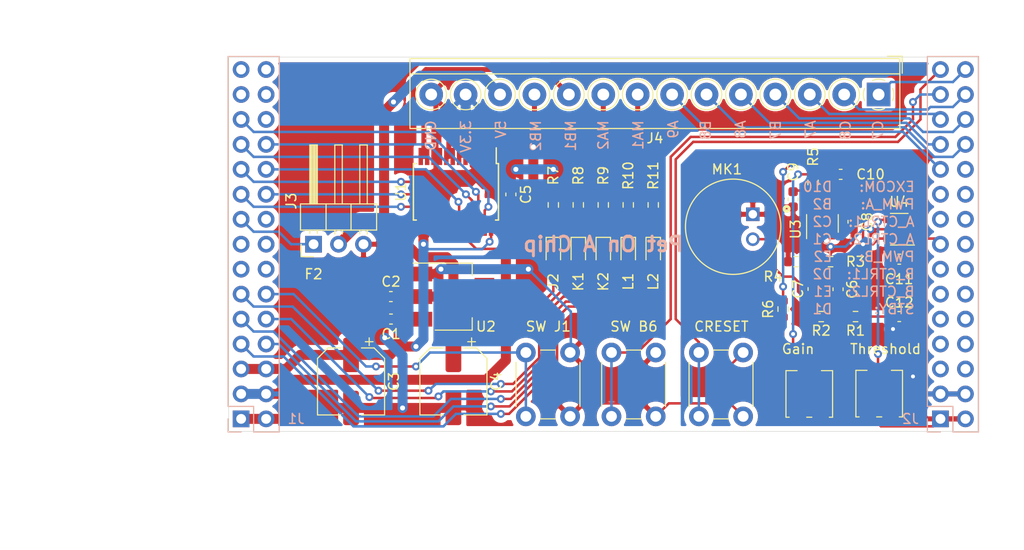
<source format=kicad_pcb>
(kicad_pcb (version 20171130) (host pcbnew "(5.1.9-0-10_14)")
  (layers (0 F.Cu signal) (31 B.Cu signal hide) (34 B.Paste user) (35 F.Paste user) (36 B.SilkS user) (37 F.SilkS user) (38 B.Mask user) (39 F.Mask user) (44 Edge.Cuts user))
  (net 0 "")
  (net 1 "Net-(J1-Pad30)")
  (net 2 "Net-(J1-Pad29)")
  (net 3 "Net-(J1-Pad28)")
  (net 4 "Net-(J1-Pad27)")
  (net 5 "Net-(J1-Pad26)")
  (net 6 "Net-(J1-Pad18)")
  (net 7 "Net-(J1-Pad16)")
  (net 8 "Net-(J1-Pad15)")
  (net 9 "Net-(J1-Pad14)")
  (net 10 "Net-(J1-Pad13)")
  (net 11 +BATT)
  (net 12 +3V3)
  (net 13 GND)
  (net 14 "Net-(J2-Pad22)")
  (net 15 "Net-(J2-Pad20)")
  (net 16 "Net-(J2-Pad19)")
  (net 17 "Net-(J2-Pad18)")
  (net 18 "Net-(J2-Pad17)")
  (net 19 "Net-(J2-Pad16)")
  (net 20 "Net-(J2-Pad14)")
  (net 21 "Net-(J2-Pad13)")
  (net 22 "Net-(J2-Pad12)")
  (net 23 "Net-(J2-Pad11)")
  (net 24 "Net-(J2-Pad10)")
  (net 25 "Net-(J2-Pad9)")
  (net 26 "Net-(J2-Pad8)")
  (net 27 "Net-(J2-Pad7)")
  (net 28 PWM_A)
  (net 29 A_CTRL2)
  (net 30 A_CTRL1)
  (net 31 STBY)
  (net 32 B_CTRL1)
  (net 33 B_CTRL2)
  (net 34 PWM_B)
  (net 35 "Net-(C6-Pad2)")
  (net 36 "Net-(C7-Pad2)")
  (net 37 "Net-(C7-Pad1)")
  (net 38 "Net-(C9-Pad2)")
  (net 39 "Net-(C10-Pad2)")
  (net 40 "Net-(C10-Pad1)")
  (net 41 +5V)
  (net 42 MA1)
  (net 43 MA2)
  (net 44 MB1)
  (net 45 MB2)
  (net 46 "Net-(Gain1-Pad3)")
  (net 47 "Net-(Threshold1-Pad2)")
  (net 48 "Net-(Gain1-Pad1)")
  (net 49 GNDA)
  (net 50 +3.3VA)
  (net 51 SW1)
  (net 52 RESET)
  (net 53 CREST)
  (net 54 EXCOM)
  (net 55 SERVO)
  (net 56 "Net-(J2-Pad6)")
  (net 57 "Net-(J2-Pad5)")
  (net 58 "Net-(D1-Pad1)")
  (net 59 "Net-(D2-Pad1)")
  (net 60 "Net-(D3-Pad1)")
  (net 61 "Net-(D4-Pad1)")
  (net 62 "Net-(D5-Pad1)")
  (net 63 D1)
  (net 64 D2)
  (net 65 D3)
  (net 66 D4)
  (net 67 D5)
  (net 68 1)
  (net 69 2)
  (net 70 3)
  (net 71 7)
  (net 72 6)
  (net 73 5)
  (net 74 4)
  (module pet:MIC_CMA-4544PF-W (layer F.Cu) (at 140.208 130.302)
    (fp_text reference MK1 (at -0.635215 -5.842) (layer F.SilkS) (effects (font (size 1.000354 1.000354))))
    (fp_text value Microphone)
    (pad 1 thru_hole rect (at 2 -1.27) (size 1.378 1.378) (drill 0.87) (layers *.Cu *.Mask) (net 49 GNDA))
    (pad 2 thru_hole circle (at 2 1.27) (size 1.378 1.378) (drill 0.87) (layers *.Cu *.Mask) (net 36 "Net-(C7-Pad2)"))
  )
  (module Resistor_SMD:R_0603_1608Metric (layer F.Cu) (at 145.288 138.684 270)
    (fp_text reference R6 (at 0 1.524 90) (layer F.SilkS))
    (fp_text value 22k)
    (pad 2 smd roundrect (at 0.825 0 270) (size 0.8 0.95) (layers F.Cu F.Paste F.Mask) (net 48 "Net-(Gain1-Pad1)"))
    (pad 1 smd roundrect (at -0.825 0 270) (size 0.8 0.95) (layers F.Cu F.Paste F.Mask) (net 40 "Net-(C10-Pad1)"))
  )
  (module Potentiometer_SMD:Potentiometer_Bourns_3314J_Vertical (layer F.Cu) (at 155.06 147.288 180)
    (fp_text reference Threshold (at -0.642 4.54) (layer F.SilkS))
    (fp_text value 100k)
    (pad 3 smd rect (at -1.15 -2 180) (size 1.3 2) (layers F.Cu F.Paste F.Mask) (net 50 +3.3VA))
    (pad 2 smd rect (at 0 2 180) (size 2 2) (layers F.Cu F.Paste F.Mask) (net 47 "Net-(Threshold1-Pad2)"))
    (pad 1 smd rect (at 1.15 -2 180) (size 1.3 2) (layers F.Cu F.Paste F.Mask) (net 49 GNDA))
  )
  (module Potentiometer_SMD:Potentiometer_Bourns_3314J_Vertical (layer F.Cu) (at 147.948 147.32 180)
    (fp_text reference Gain (at 1.136 4.572) (layer F.SilkS))
    (fp_text value 100k)
    (pad 3 smd rect (at -1.15 -2 180) (size 1.3 2) (layers F.Cu F.Paste F.Mask) (net 46 "Net-(Gain1-Pad3)"))
    (pad 2 smd rect (at 0 2 180) (size 2 2) (layers F.Cu F.Paste F.Mask) (net 39 "Net-(C10-Pad2)"))
    (pad 1 smd rect (at 1.15 -2 180) (size 1.3 2) (layers F.Cu F.Paste F.Mask) (net 48 "Net-(Gain1-Pad1)"))
  )
  (module TerminalBlock_4Ucon:TerminalBlock_4Ucon_1x14_P3.50mm_Horizontal (layer F.Cu) (at 155 116.84 180)
    (fp_text reference J4 (at 22.75 -4.46) (layer F.SilkS))
    (fp_text value Screw_Terminal_01x14)
    (pad 14 thru_hole circle (at 45.5 0 180) (size 2.4 2.4) (drill 1.2) (layers *.Cu *.Mask) (net 13 GND))
    (pad 13 thru_hole circle (at 42 0 180) (size 2.4 2.4) (drill 1.2) (layers *.Cu *.Mask) (net 12 +3V3))
    (pad 12 thru_hole circle (at 38.5 0 180) (size 2.4 2.4) (drill 1.2) (layers *.Cu *.Mask) (net 41 +5V))
    (pad 11 thru_hole circle (at 35 0 180) (size 2.4 2.4) (drill 1.2) (layers *.Cu *.Mask) (net 45 MB2))
    (pad 10 thru_hole circle (at 31.5 0 180) (size 2.4 2.4) (drill 1.2) (layers *.Cu *.Mask) (net 44 MB1))
    (pad 9 thru_hole circle (at 28 0 180) (size 2.4 2.4) (drill 1.2) (layers *.Cu *.Mask) (net 43 MA2))
    (pad 8 thru_hole circle (at 24.5 0 180) (size 2.4 2.4) (drill 1.2) (layers *.Cu *.Mask) (net 42 MA1))
    (pad 7 thru_hole circle (at 21 0 180) (size 2.4 2.4) (drill 1.2) (layers *.Cu *.Mask) (net 71 7))
    (pad 6 thru_hole circle (at 17.5 0 180) (size 2.4 2.4) (drill 1.2) (layers *.Cu *.Mask) (net 72 6))
    (pad 5 thru_hole circle (at 14 0 180) (size 2.4 2.4) (drill 1.2) (layers *.Cu *.Mask) (net 73 5))
    (pad 4 thru_hole circle (at 10.5 0 180) (size 2.4 2.4) (drill 1.2) (layers *.Cu *.Mask) (net 74 4))
    (pad 3 thru_hole circle (at 7 0 180) (size 2.4 2.4) (drill 1.2) (layers *.Cu *.Mask) (net 70 3))
    (pad 2 thru_hole circle (at 3.5 0 180) (size 2.4 2.4) (drill 1.2) (layers *.Cu *.Mask) (net 69 2))
    (pad 1 thru_hole rect (at 0 0 180) (size 2.4 2.4) (drill 1.2) (layers *.Cu *.Mask) (net 68 1))
  )
  (module Capacitor_SMD:C_0603_1608Metric (layer F.Cu) (at 157.099 139.446)
    (fp_text reference C12 (at 0 -1.43) (layer F.SilkS))
    (fp_text value 10uF)
    (pad 2 smd roundrect (at 0.775 0) (size 0.9 0.95) (layers F.Cu F.Paste F.Mask) (net 49 GNDA))
    (pad 1 smd roundrect (at -0.775 0) (size 0.9 0.95) (layers F.Cu F.Paste F.Mask) (net 50 +3.3VA))
  )
  (module Capacitor_SMD:C_0603_1608Metric (layer F.Cu) (at 157.099 133.604)
    (fp_text reference C11 (at -0.013 2.032) (layer F.SilkS))
    (fp_text value 0.1uF)
    (pad 2 smd roundrect (at 0.775 0) (size 0.9 0.95) (layers F.Cu F.Paste F.Mask) (net 49 GNDA))
    (pad 1 smd roundrect (at -0.775 0) (size 0.9 0.95) (layers F.Cu F.Paste F.Mask) (net 50 +3.3VA))
  )
  (module Package_TO_SOT_SMD:SOT-23-5 (layer F.Cu) (at 157.099 130.556 180)
    (fp_text reference U4 (at 0 2.794) (layer F.SilkS))
    (fp_text value LMV7219M5)
    (pad 5 smd rect (at 1.1 -0.95 180) (size 1.06 0.65) (layers F.Cu F.Paste F.Mask) (net 50 +3.3VA))
    (pad 4 smd rect (at 1.1 0.95 180) (size 1.06 0.65) (layers F.Cu F.Paste F.Mask) (net 47 "Net-(Threshold1-Pad2)"))
    (pad 3 smd rect (at -1.1 0.95 180) (size 1.06 0.65) (layers F.Cu F.Paste F.Mask) (net 40 "Net-(C10-Pad1)"))
    (pad 2 smd rect (at -1.1 0 180) (size 1.06 0.65) (layers F.Cu F.Paste F.Mask) (net 49 GNDA))
    (pad 1 smd rect (at -1.1 -0.95 180) (size 1.06 0.65) (layers F.Cu F.Paste F.Mask) (net 54 EXCOM))
  )
  (module Button_Switch_THT:SW_PUSH_6mm (layer F.Cu) (at 119.126 149.606 90)
    (fp_text reference "SW J1" (at 9.144 2.286 180) (layer F.SilkS))
    (fp_text value SW_Push)
    (pad 1 thru_hole circle (at 6.5 0 180) (size 2 2) (drill 1.1) (layers *.Cu *.Mask) (net 51 SW1))
    (pad 2 thru_hole circle (at 6.5 4.5 180) (size 2 2) (drill 1.1) (layers *.Cu *.Mask) (net 13 GND))
    (pad 1 thru_hole circle (at 0 0 180) (size 2 2) (drill 1.1) (layers *.Cu *.Mask) (net 51 SW1))
    (pad 2 thru_hole circle (at 0 4.5 180) (size 2 2) (drill 1.1) (layers *.Cu *.Mask) (net 13 GND))
  )
  (module Button_Switch_THT:SW_PUSH_6mm (layer F.Cu) (at 127.834 149.606 90)
    (fp_text reference "SW B6" (at 9.144 2.286 180) (layer F.SilkS))
    (fp_text value SW_Push)
    (pad 1 thru_hole circle (at 6.5 0 180) (size 2 2) (drill 1.1) (layers *.Cu *.Mask) (net 52 RESET))
    (pad 2 thru_hole circle (at 6.5 4.5 180) (size 2 2) (drill 1.1) (layers *.Cu *.Mask) (net 13 GND))
    (pad 1 thru_hole circle (at 0 0 180) (size 2 2) (drill 1.1) (layers *.Cu *.Mask) (net 52 RESET))
    (pad 2 thru_hole circle (at 0 4.5 180) (size 2 2) (drill 1.1) (layers *.Cu *.Mask) (net 13 GND))
  )
  (module Button_Switch_THT:SW_PUSH_6mm (layer F.Cu) (at 136.724 149.606 90)
    (fp_text reference CRESET (at 9.144 2.286 180) (layer F.SilkS))
    (fp_text value SW_Push)
    (pad 1 thru_hole circle (at 6.5 0 180) (size 2 2) (drill 1.1) (layers *.Cu *.Mask) (net 53 CREST))
    (pad 2 thru_hole circle (at 6.5 4.5 180) (size 2 2) (drill 1.1) (layers *.Cu *.Mask) (net 13 GND))
    (pad 1 thru_hole circle (at 0 0 180) (size 2 2) (drill 1.1) (layers *.Cu *.Mask) (net 53 CREST))
    (pad 2 thru_hole circle (at 0 4.5 180) (size 2 2) (drill 1.1) (layers *.Cu *.Mask) (net 13 GND))
  )
  (module Resistor_SMD:R_0603_1608Metric (layer F.Cu) (at 132.08 128.08 90)
    (fp_text reference R11 (at 2.985 0 90) (layer F.SilkS))
    (fp_text value 2k)
    (pad 2 smd roundrect (at 0.825 0 90) (size 0.8 0.95) (layers F.Cu F.Paste F.Mask) (net 13 GND))
    (pad 1 smd roundrect (at -0.825 0 90) (size 0.8 0.95) (layers F.Cu F.Paste F.Mask) (net 62 "Net-(D5-Pad1)"))
  )
  (module Resistor_SMD:R_0603_1608Metric (layer F.Cu) (at 129.54 128.08 90)
    (fp_text reference R10 (at 2.985 0 90) (layer F.SilkS))
    (fp_text value 2k)
    (pad 2 smd roundrect (at 0.825 0 90) (size 0.8 0.95) (layers F.Cu F.Paste F.Mask) (net 13 GND))
    (pad 1 smd roundrect (at -0.825 0 90) (size 0.8 0.95) (layers F.Cu F.Paste F.Mask) (net 61 "Net-(D4-Pad1)"))
  )
  (module Resistor_SMD:R_0603_1608Metric (layer F.Cu) (at 127 128.08 90)
    (fp_text reference R9 (at 2.985 0 90) (layer F.SilkS))
    (fp_text value 2k)
    (pad 2 smd roundrect (at 0.825 0 90) (size 0.8 0.95) (layers F.Cu F.Paste F.Mask) (net 13 GND))
    (pad 1 smd roundrect (at -0.825 0 90) (size 0.8 0.95) (layers F.Cu F.Paste F.Mask) (net 60 "Net-(D3-Pad1)"))
  )
  (module Resistor_SMD:R_0603_1608Metric (layer F.Cu) (at 124.46 128.08 90)
    (fp_text reference R8 (at 2.985 0 90) (layer F.SilkS))
    (fp_text value 2k)
    (pad 2 smd roundrect (at 0.825 0 90) (size 0.8 0.95) (layers F.Cu F.Paste F.Mask) (net 13 GND))
    (pad 1 smd roundrect (at -0.825 0 90) (size 0.8 0.95) (layers F.Cu F.Paste F.Mask) (net 59 "Net-(D2-Pad1)"))
  )
  (module Resistor_SMD:R_0603_1608Metric (layer F.Cu) (at 121.92 128.08 90)
    (fp_text reference R7 (at 2.985 0 90) (layer F.SilkS))
    (fp_text value 2k)
    (pad 2 smd roundrect (at 0.825 0 90) (size 0.8 0.95) (layers F.Cu F.Paste F.Mask) (net 13 GND))
    (pad 1 smd roundrect (at -0.825 0 90) (size 0.8 0.95) (layers F.Cu F.Paste F.Mask) (net 58 "Net-(D1-Pad1)"))
  )
  (module LED_SMD:LED_0603_1608Metric (layer F.Cu) (at 132.08 132.8675 270)
    (fp_text reference L2 (at 3.0225 0 90) (layer F.SilkS))
    (fp_text value LED)
    (pad 2 smd roundrect (at 0.7875 0 270) (size 0.875 0.95) (layers F.Cu F.Paste F.Mask) (net 67 D5))
    (pad 1 smd roundrect (at -0.7875 0 270) (size 0.875 0.95) (layers F.Cu F.Paste F.Mask) (net 62 "Net-(D5-Pad1)"))
  )
  (module LED_SMD:LED_0603_1608Metric (layer F.Cu) (at 129.54 132.8675 270)
    (fp_text reference L1 (at 3.0225 0 90) (layer F.SilkS))
    (fp_text value LED)
    (pad 2 smd roundrect (at 0.7875 0 270) (size 0.875 0.95) (layers F.Cu F.Paste F.Mask) (net 66 D4))
    (pad 1 smd roundrect (at -0.7875 0 270) (size 0.875 0.95) (layers F.Cu F.Paste F.Mask) (net 61 "Net-(D4-Pad1)"))
  )
  (module LED_SMD:LED_0603_1608Metric (layer F.Cu) (at 127 132.8675 270)
    (fp_text reference K2 (at 3.0225 0 90) (layer F.SilkS))
    (fp_text value LED)
    (pad 2 smd roundrect (at 0.7875 0 270) (size 0.875 0.95) (layers F.Cu F.Paste F.Mask) (net 65 D3))
    (pad 1 smd roundrect (at -0.7875 0 270) (size 0.875 0.95) (layers F.Cu F.Paste F.Mask) (net 60 "Net-(D3-Pad1)"))
  )
  (module LED_SMD:LED_0603_1608Metric (layer F.Cu) (at 124.46 132.8675 270)
    (fp_text reference K1 (at 3.0225 0 90) (layer F.SilkS))
    (fp_text value LED)
    (pad 2 smd roundrect (at 0.7875 0 270) (size 0.875 0.95) (layers F.Cu F.Paste F.Mask) (net 64 D2))
    (pad 1 smd roundrect (at -0.7875 0 270) (size 0.875 0.95) (layers F.Cu F.Paste F.Mask) (net 59 "Net-(D2-Pad1)"))
  )
  (module LED_SMD:LED_0603_1608Metric (layer F.Cu) (at 121.92 132.8675 270)
    (fp_text reference J2 (at 3.0225 0 90) (layer F.SilkS))
    (fp_text value LED)
    (pad 2 smd roundrect (at 0.7875 0 270) (size 0.875 0.95) (layers F.Cu F.Paste F.Mask) (net 63 D1))
    (pad 1 smd roundrect (at -0.7875 0 270) (size 0.875 0.95) (layers F.Cu F.Paste F.Mask) (net 58 "Net-(D1-Pad1)"))
  )
  (module Resistor_SMD:R_0603_1608Metric (layer F.Cu) (at 148.336 125.793 90)
    (fp_text reference R5 (at 2.603 0 90) (layer F.SilkS))
    (fp_text value 2k)
    (pad 2 smd roundrect (at 0.825 0 90) (size 0.8 0.95) (layers F.Cu F.Paste F.Mask) (net 39 "Net-(C10-Pad2)"))
    (pad 1 smd roundrect (at -0.825 0 90) (size 0.8 0.95) (layers F.Cu F.Paste F.Mask) (net 38 "Net-(C9-Pad2)"))
  )
  (module Capacitor_SMD:C_0603_1608Metric (layer F.Cu) (at 151.143 124.968 180)
    (fp_text reference C10 (at -3.035 0) (layer F.SilkS))
    (fp_text value 100pF)
    (pad 2 smd roundrect (at 0.775 0 180) (size 0.9 0.95) (layers F.Cu F.Paste F.Mask) (net 39 "Net-(C10-Pad2)"))
    (pad 1 smd roundrect (at -0.775 0 180) (size 0.9 0.95) (layers F.Cu F.Paste F.Mask) (net 40 "Net-(C10-Pad1)"))
  )
  (module Capacitor_SMD:C_0603_1608Metric (layer F.Cu) (at 146.304 127.508 90)
    (fp_text reference C9 (at 2.794 0 90) (layer F.SilkS))
    (fp_text value 0.01uF)
    (pad 1 smd roundrect (at -0.775 0 90) (size 0.9 0.95) (layers F.Cu F.Paste F.Mask) (net 49 GNDA))
    (pad 2 smd roundrect (at 0.775 0 90) (size 0.9 0.95) (layers F.Cu F.Paste F.Mask) (net 38 "Net-(C9-Pad2)"))
  )
  (module Capacitor_SMD:C_0603_1608Metric (layer F.Cu) (at 152.4 129.794 270)
    (fp_text reference C8 (at 0 -1.43 90) (layer F.SilkS))
    (fp_text value 0.1uF)
    (pad 2 smd roundrect (at 0.775 0 270) (size 0.9 0.95) (layers F.Cu F.Paste F.Mask) (net 49 GNDA))
    (pad 1 smd roundrect (at -0.775 0 270) (size 0.9 0.95) (layers F.Cu F.Paste F.Mask) (net 50 +3.3VA))
  )
  (module Package_TO_SOT_SMD:SOT-23-5 (layer F.Cu) (at 149.286 129.964 90)
    (fp_text reference U3 (at -0.592 -2.728 90) (layer F.SilkS))
    (fp_text value MAX4466)
    (pad 5 smd rect (at 1.1 -0.95 90) (size 1.06 0.65) (layers F.Cu F.Paste F.Mask) (net 50 +3.3VA))
    (pad 4 smd rect (at 1.1 0.95 90) (size 1.06 0.65) (layers F.Cu F.Paste F.Mask) (net 40 "Net-(C10-Pad1)"))
    (pad 3 smd rect (at -1.1 0.95 90) (size 1.06 0.65) (layers F.Cu F.Paste F.Mask) (net 39 "Net-(C10-Pad2)"))
    (pad 2 smd rect (at -1.1 0 90) (size 1.06 0.65) (layers F.Cu F.Paste F.Mask) (net 49 GNDA))
    (pad 1 smd rect (at -1.1 -0.95 90) (size 1.06 0.65) (layers F.Cu F.Paste F.Mask) (net 37 "Net-(C7-Pad1)"))
  )
  (module Resistor_SMD:R_0603_1608Metric (layer F.Cu) (at 146.621 133.858 180)
    (fp_text reference R4 (at 2.349 -1.524) (layer F.SilkS))
    (fp_text value 1M)
    (pad 2 smd roundrect (at 0.825 0 180) (size 0.8 0.95) (layers F.Cu F.Paste F.Mask) (net 49 GNDA))
    (pad 1 smd roundrect (at -0.825 0 180) (size 0.8 0.95) (layers F.Cu F.Paste F.Mask) (net 37 "Net-(C7-Pad1)"))
  )
  (module Resistor_SMD:R_0603_1608Metric (layer F.Cu) (at 150.114 133.858 180)
    (fp_text reference R3 (at -2.54 0) (layer F.SilkS))
    (fp_text value 1M)
    (pad 1 smd roundrect (at -0.825 0 180) (size 0.8 0.95) (layers F.Cu F.Paste F.Mask) (net 50 +3.3VA))
    (pad 2 smd roundrect (at 0.825 0 180) (size 0.8 0.95) (layers F.Cu F.Paste F.Mask) (net 37 "Net-(C7-Pad1)"))
  )
  (module Resistor_SMD:R_0603_1608Metric (layer F.Cu) (at 149.161 139.446 180)
    (fp_text reference R2 (at 0 -1.43) (layer F.SilkS))
    (fp_text value 2k)
    (pad 2 smd roundrect (at 0.825 0 180) (size 0.8 0.95) (layers F.Cu F.Paste F.Mask) (net 36 "Net-(C7-Pad2)"))
    (pad 1 smd roundrect (at -0.825 0 180) (size 0.8 0.95) (layers F.Cu F.Paste F.Mask) (net 35 "Net-(C6-Pad2)"))
  )
  (module Resistor_SMD:R_0603_1608Metric (layer F.Cu) (at 152.654 139.446 180)
    (fp_text reference R1 (at 0 -1.43) (layer F.SilkS))
    (fp_text value 2k)
    (pad 2 smd roundrect (at 0.825 0 180) (size 0.8 0.95) (layers F.Cu F.Paste F.Mask) (net 35 "Net-(C6-Pad2)"))
    (pad 1 smd roundrect (at -0.825 0 180) (size 0.8 0.95) (layers F.Cu F.Paste F.Mask) (net 50 +3.3VA))
  )
  (module Capacitor_SMD:C_0603_1608Metric (layer F.Cu) (at 148.336 136.639 270)
    (fp_text reference C7 (at 0.013 1.524 90) (layer F.SilkS))
    (fp_text value 0.01uF)
    (pad 2 smd roundrect (at 0.775 0 270) (size 0.9 0.95) (layers F.Cu F.Paste F.Mask) (net 36 "Net-(C7-Pad2)"))
    (pad 1 smd roundrect (at -0.775 0 270) (size 0.9 0.95) (layers F.Cu F.Paste F.Mask) (net 37 "Net-(C7-Pad1)"))
  )
  (module Capacitor_SMD:C_0603_1608Metric (layer F.Cu) (at 150.876 136.665 270)
    (fp_text reference C6 (at 0 -1.43 90) (layer F.SilkS))
    (fp_text value 0.01uF)
    (pad 2 smd roundrect (at 0.775 0 270) (size 0.9 0.95) (layers F.Cu F.Paste F.Mask) (net 35 "Net-(C6-Pad2)"))
    (pad 1 smd roundrect (at -0.775 0 270) (size 0.9 0.95) (layers F.Cu F.Paste F.Mask) (net 49 GNDA))
  )
  (module Capacitor_SMD:C_0603_1608Metric (layer F.Cu) (at 117.602 127.013 90)
    (fp_text reference C5 (at 0 1.524 90) (layer F.SilkS))
    (fp_text value 0.1uF)
    (pad 1 smd roundrect (at -0.775 0 90) (size 0.9 0.95) (layers F.Cu F.Paste F.Mask) (net 12 +3V3))
    (pad 2 smd roundrect (at 0.775 0 90) (size 0.9 0.95) (layers F.Cu F.Paste F.Mask) (net 13 GND))
  )
  (module Capacitor_SMD:CP_Elec_6.3x7.7 (layer F.Cu) (at 111.76 146.05 270)
    (fp_text reference C4 (at 0 -4.35 90) (layer F.SilkS))
    (fp_text value 470uF)
    (pad 2 smd roundrect (at 2.7 0 270) (size 3.5 1.6) (layers F.Cu F.Paste F.Mask) (roundrect_rratio 0.15625) (net 13 GND))
    (pad 1 smd roundrect (at -2.7 0 270) (size 3.5 1.6) (layers F.Cu F.Paste F.Mask) (roundrect_rratio 0.15625) (net 41 +5V))
  )
  (module Capacitor_SMD:CP_Elec_6.3x7.7 (layer F.Cu) (at 101.346 146.05 270)
    (fp_text reference C3 (at 0 -4.35 90) (layer F.SilkS))
    (fp_text value 470uF)
    (pad 2 smd roundrect (at 2.7 0 270) (size 3.5 1.6) (layers F.Cu F.Paste F.Mask) (roundrect_rratio 0.15625) (net 13 GND))
    (pad 1 smd roundrect (at -2.7 0 270) (size 3.5 1.6) (layers F.Cu F.Paste F.Mask) (roundrect_rratio 0.15625) (net 11 +BATT))
  )
  (module Package_TO_SOT_SMD:SOT-223-3_TabPin2 (layer F.Cu) (at 111.76 137.414)
    (fp_text reference U2 (at 3.302 3.048 unlocked) (layer F.SilkS))
    (fp_text value LDL1117S50R)
    (pad 1 smd rect (at -3.15 -2.3) (size 2 1.5) (layers F.Cu F.Paste F.Mask) (net 13 GND))
    (pad 3 smd rect (at -3.15 2.3) (size 2 1.5) (layers F.Cu F.Paste F.Mask) (net 11 +BATT))
    (pad 2 smd rect (at -3.15 0) (size 2 1.5) (layers F.Cu F.Paste F.Mask) (net 41 +5V))
    (pad 2 smd rect (at 3.15 0) (size 2 3.8) (layers F.Cu F.Paste F.Mask) (net 41 +5V))
  )
  (module Capacitor_SMD:C_0603_1608Metric (layer F.Cu) (at 105.397 137.414 180)
    (fp_text reference C2 (at -0.013 1.524) (layer F.SilkS))
    (fp_text value 4.7uF)
    (pad 2 smd roundrect (at 0.775 0 180) (size 0.9 0.95) (layers F.Cu F.Paste F.Mask) (net 13 GND))
    (pad 1 smd roundrect (at -0.775 0 180) (size 0.9 0.95) (layers F.Cu F.Paste F.Mask) (net 41 +5V))
  )
  (module Capacitor_SMD:C_0603_1608Metric (layer F.Cu) (at 105.41 139.7 180)
    (fp_text reference C1 (at -0.013 -1.524) (layer F.SilkS))
    (fp_text value 0.1uF)
    (pad 2 smd roundrect (at 0.775 0 180) (size 0.9 0.95) (layers F.Cu F.Paste F.Mask) (net 13 GND))
    (pad 1 smd roundrect (at -0.775 0 180) (size 0.9 0.95) (layers F.Cu F.Paste F.Mask) (net 11 +BATT))
  )
  (module Connector_PinHeader_2.54mm:PinHeader_2x15_P2.54mm_Vertical (layer B.Cu) (at 161.29 149.86)
    (fp_text reference J2 (at -3.048 0) (layer B.SilkS) (effects (justify mirror)))
    (fp_text value Conn_02x15_Odd_Even)
    (pad 30 thru_hole oval (at 2.54 -35.56) (size 1.7 1.7) (drill 1) (layers *.Cu *.Mask) (net 68 1))
    (pad 29 thru_hole oval (at 0 -35.56) (size 1.7 1.7) (drill 1) (layers *.Cu *.Mask) (net 53 CREST))
    (pad 28 thru_hole oval (at 2.54 -33.02) (size 1.7 1.7) (drill 1) (layers *.Cu *.Mask) (net 69 2))
    (pad 27 thru_hole oval (at 0 -33.02) (size 1.7 1.7) (drill 1) (layers *.Cu *.Mask) (net 52 RESET))
    (pad 26 thru_hole oval (at 2.54 -30.48) (size 1.7 1.7) (drill 1) (layers *.Cu *.Mask) (net 74 4))
    (pad 25 thru_hole oval (at 0 -30.48) (size 1.7 1.7) (drill 1) (layers *.Cu *.Mask) (net 70 3))
    (pad 24 thru_hole oval (at 2.54 -27.94) (size 1.7 1.7) (drill 1) (layers *.Cu *.Mask) (net 72 6))
    (pad 23 thru_hole oval (at 0 -27.94) (size 1.7 1.7) (drill 1) (layers *.Cu *.Mask) (net 73 5))
    (pad 22 thru_hole oval (at 2.54 -25.4) (size 1.7 1.7) (drill 1) (layers *.Cu *.Mask) (net 14 "Net-(J2-Pad22)"))
    (pad 21 thru_hole oval (at 0 -25.4) (size 1.7 1.7) (drill 1) (layers *.Cu *.Mask) (net 71 7))
    (pad 20 thru_hole oval (at 2.54 -22.86) (size 1.7 1.7) (drill 1) (layers *.Cu *.Mask) (net 15 "Net-(J2-Pad20)"))
    (pad 19 thru_hole oval (at 0 -22.86) (size 1.7 1.7) (drill 1) (layers *.Cu *.Mask) (net 16 "Net-(J2-Pad19)"))
    (pad 18 thru_hole oval (at 2.54 -20.32) (size 1.7 1.7) (drill 1) (layers *.Cu *.Mask) (net 17 "Net-(J2-Pad18)"))
    (pad 17 thru_hole oval (at 0 -20.32) (size 1.7 1.7) (drill 1) (layers *.Cu *.Mask) (net 18 "Net-(J2-Pad17)"))
    (pad 16 thru_hole oval (at 2.54 -17.78) (size 1.7 1.7) (drill 1) (layers *.Cu *.Mask) (net 19 "Net-(J2-Pad16)"))
    (pad 15 thru_hole oval (at 0 -17.78) (size 1.7 1.7) (drill 1) (layers *.Cu *.Mask) (net 54 EXCOM))
    (pad 14 thru_hole oval (at 2.54 -15.24) (size 1.7 1.7) (drill 1) (layers *.Cu *.Mask) (net 20 "Net-(J2-Pad14)"))
    (pad 13 thru_hole oval (at 0 -15.24) (size 1.7 1.7) (drill 1) (layers *.Cu *.Mask) (net 21 "Net-(J2-Pad13)"))
    (pad 12 thru_hole oval (at 2.54 -12.7) (size 1.7 1.7) (drill 1) (layers *.Cu *.Mask) (net 22 "Net-(J2-Pad12)"))
    (pad 11 thru_hole oval (at 0 -12.7) (size 1.7 1.7) (drill 1) (layers *.Cu *.Mask) (net 23 "Net-(J2-Pad11)"))
    (pad 10 thru_hole oval (at 2.54 -10.16) (size 1.7 1.7) (drill 1) (layers *.Cu *.Mask) (net 24 "Net-(J2-Pad10)"))
    (pad 9 thru_hole oval (at 0 -10.16) (size 1.7 1.7) (drill 1) (layers *.Cu *.Mask) (net 25 "Net-(J2-Pad9)"))
    (pad 8 thru_hole oval (at 2.54 -7.62) (size 1.7 1.7) (drill 1) (layers *.Cu *.Mask) (net 26 "Net-(J2-Pad8)"))
    (pad 7 thru_hole oval (at 0 -7.62) (size 1.7 1.7) (drill 1) (layers *.Cu *.Mask) (net 27 "Net-(J2-Pad7)"))
    (pad 6 thru_hole oval (at 2.54 -5.08) (size 1.7 1.7) (drill 1) (layers *.Cu *.Mask) (net 56 "Net-(J2-Pad6)"))
    (pad 5 thru_hole oval (at 0 -5.08) (size 1.7 1.7) (drill 1) (layers *.Cu *.Mask) (net 57 "Net-(J2-Pad5)"))
    (pad 4 thru_hole oval (at 2.54 -2.54) (size 1.7 1.7) (drill 1) (layers *.Cu *.Mask) (net 50 +3.3VA))
    (pad 3 thru_hole oval (at 0 -2.54) (size 1.7 1.7) (drill 1) (layers *.Cu *.Mask) (net 50 +3.3VA))
    (pad 2 thru_hole oval (at 2.54 0) (size 1.7 1.7) (drill 1) (layers *.Cu *.Mask) (net 49 GNDA))
    (pad 1 thru_hole rect (at 0 0) (size 1.7 1.7) (drill 1) (layers *.Cu *.Mask) (net 49 GNDA))
  )
  (module Connector_PinHeader_2.54mm:PinHeader_2x15_P2.54mm_Vertical (layer B.Cu) (at 90.17 149.86)
    (fp_text reference J1 (at 5.588 0) (layer B.SilkS) (effects (justify mirror)))
    (fp_text value Conn_02x15_Odd_Even)
    (pad 30 thru_hole oval (at 2.54 -35.56) (size 1.7 1.7) (drill 1) (layers *.Cu *.Mask) (net 1 "Net-(J1-Pad30)"))
    (pad 29 thru_hole oval (at 0 -35.56) (size 1.7 1.7) (drill 1) (layers *.Cu *.Mask) (net 2 "Net-(J1-Pad29)"))
    (pad 28 thru_hole oval (at 2.54 -33.02) (size 1.7 1.7) (drill 1) (layers *.Cu *.Mask) (net 3 "Net-(J1-Pad28)"))
    (pad 27 thru_hole oval (at 0 -33.02) (size 1.7 1.7) (drill 1) (layers *.Cu *.Mask) (net 4 "Net-(J1-Pad27)"))
    (pad 26 thru_hole oval (at 2.54 -30.48) (size 1.7 1.7) (drill 1) (layers *.Cu *.Mask) (net 5 "Net-(J1-Pad26)"))
    (pad 25 thru_hole oval (at 0 -30.48) (size 1.7 1.7) (drill 1) (layers *.Cu *.Mask) (net 28 PWM_A))
    (pad 24 thru_hole oval (at 2.54 -27.94) (size 1.7 1.7) (drill 1) (layers *.Cu *.Mask) (net 29 A_CTRL2))
    (pad 23 thru_hole oval (at 0 -27.94) (size 1.7 1.7) (drill 1) (layers *.Cu *.Mask) (net 30 A_CTRL1))
    (pad 22 thru_hole oval (at 2.54 -25.4) (size 1.7 1.7) (drill 1) (layers *.Cu *.Mask) (net 31 STBY))
    (pad 21 thru_hole oval (at 0 -25.4) (size 1.7 1.7) (drill 1) (layers *.Cu *.Mask) (net 32 B_CTRL1))
    (pad 20 thru_hole oval (at 2.54 -22.86) (size 1.7 1.7) (drill 1) (layers *.Cu *.Mask) (net 33 B_CTRL2))
    (pad 19 thru_hole oval (at 0 -22.86) (size 1.7 1.7) (drill 1) (layers *.Cu *.Mask) (net 34 PWM_B))
    (pad 18 thru_hole oval (at 2.54 -20.32) (size 1.7 1.7) (drill 1) (layers *.Cu *.Mask) (net 6 "Net-(J1-Pad18)"))
    (pad 17 thru_hole oval (at 0 -20.32) (size 1.7 1.7) (drill 1) (layers *.Cu *.Mask) (net 55 SERVO))
    (pad 16 thru_hole oval (at 2.54 -17.78) (size 1.7 1.7) (drill 1) (layers *.Cu *.Mask) (net 7 "Net-(J1-Pad16)"))
    (pad 15 thru_hole oval (at 0 -17.78) (size 1.7 1.7) (drill 1) (layers *.Cu *.Mask) (net 8 "Net-(J1-Pad15)"))
    (pad 14 thru_hole oval (at 2.54 -15.24) (size 1.7 1.7) (drill 1) (layers *.Cu *.Mask) (net 9 "Net-(J1-Pad14)"))
    (pad 13 thru_hole oval (at 0 -15.24) (size 1.7 1.7) (drill 1) (layers *.Cu *.Mask) (net 10 "Net-(J1-Pad13)"))
    (pad 12 thru_hole oval (at 2.54 -12.7) (size 1.7 1.7) (drill 1) (layers *.Cu *.Mask) (net 51 SW1))
    (pad 11 thru_hole oval (at 0 -12.7) (size 1.7 1.7) (drill 1) (layers *.Cu *.Mask) (net 63 D1))
    (pad 10 thru_hole oval (at 2.54 -10.16) (size 1.7 1.7) (drill 1) (layers *.Cu *.Mask) (net 64 D2))
    (pad 9 thru_hole oval (at 0 -10.16) (size 1.7 1.7) (drill 1) (layers *.Cu *.Mask) (net 65 D3))
    (pad 8 thru_hole oval (at 2.54 -7.62) (size 1.7 1.7) (drill 1) (layers *.Cu *.Mask) (net 66 D4))
    (pad 7 thru_hole oval (at 0 -7.62) (size 1.7 1.7) (drill 1) (layers *.Cu *.Mask) (net 67 D5))
    (pad 6 thru_hole oval (at 2.54 -5.08) (size 1.7 1.7) (drill 1) (layers *.Cu *.Mask) (net 11 +BATT))
    (pad 5 thru_hole oval (at 0 -5.08) (size 1.7 1.7) (drill 1) (layers *.Cu *.Mask) (net 11 +BATT))
    (pad 4 thru_hole oval (at 2.54 -2.54) (size 1.7 1.7) (drill 1) (layers *.Cu *.Mask) (net 12 +3V3))
    (pad 3 thru_hole oval (at 0 -2.54) (size 1.7 1.7) (drill 1) (layers *.Cu *.Mask) (net 12 +3V3))
    (pad 2 thru_hole oval (at 2.54 0) (size 1.7 1.7) (drill 1) (layers *.Cu *.Mask) (net 13 GND))
    (pad 1 thru_hole rect (at 0 0) (size 1.7 1.7) (drill 1) (layers *.Cu *.Mask) (net 13 GND))
  )
  (module Connector_PinHeader_2.54mm:PinHeader_1x03_P2.54mm_Horizontal (layer F.Cu) (at 97.536 132.08 90)
    (fp_text reference J3 (at 4.385 -2.27 90) (layer F.SilkS))
    (fp_text value Conn_01x03_Male)
    (pad 3 thru_hole oval (at 0 5.08 90) (size 1.7 1.7) (drill 1) (layers *.Cu *.Mask) (net 13 GND))
    (pad 2 thru_hole oval (at 0 2.54 90) (size 1.7 1.7) (drill 1) (layers *.Cu *.Mask) (net 41 +5V))
    (pad 1 thru_hole rect (at 0 0 90) (size 1.7 1.7) (drill 1) (layers *.Cu *.Mask) (net 55 SERVO))
  )
  (module Package_SO:SSOP-24_5.3x8.2mm_P0.65mm (layer F.Cu) (at 112.014 126.746 270)
    (fp_text reference U1 (at 0 5.588 90) (layer F.SilkS))
    (fp_text value TB6612FNG)
    (pad 24 smd rect (at 3.6 -3.575 270) (size 1.75 0.45) (layers F.Cu F.Paste F.Mask) (net 11 +BATT))
    (pad 23 smd rect (at 3.6 -2.925 270) (size 1.75 0.45) (layers F.Cu F.Paste F.Mask) (net 28 PWM_A))
    (pad 22 smd rect (at 3.6 -2.275 270) (size 1.75 0.45) (layers F.Cu F.Paste F.Mask) (net 29 A_CTRL2))
    (pad 21 smd rect (at 3.6 -1.625 270) (size 1.75 0.45) (layers F.Cu F.Paste F.Mask) (net 30 A_CTRL1))
    (pad 20 smd rect (at 3.6 -0.975 270) (size 1.75 0.45) (layers F.Cu F.Paste F.Mask) (net 12 +3V3))
    (pad 19 smd rect (at 3.6 -0.325 270) (size 1.75 0.45) (layers F.Cu F.Paste F.Mask) (net 31 STBY))
    (pad 18 smd rect (at 3.6 0.325 270) (size 1.75 0.45) (layers F.Cu F.Paste F.Mask) (net 13 GND))
    (pad 17 smd rect (at 3.6 0.975 270) (size 1.75 0.45) (layers F.Cu F.Paste F.Mask) (net 32 B_CTRL1))
    (pad 16 smd rect (at 3.6 1.625 270) (size 1.75 0.45) (layers F.Cu F.Paste F.Mask) (net 33 B_CTRL2))
    (pad 15 smd rect (at 3.6 2.275 270) (size 1.75 0.45) (layers F.Cu F.Paste F.Mask) (net 34 PWM_B))
    (pad 14 smd rect (at 3.6 2.925 270) (size 1.75 0.45) (layers F.Cu F.Paste F.Mask) (net 11 +BATT))
    (pad 13 smd rect (at 3.6 3.575 270) (size 1.75 0.45) (layers F.Cu F.Paste F.Mask) (net 11 +BATT))
    (pad 12 smd rect (at -3.6 3.575 270) (size 1.75 0.45) (layers F.Cu F.Paste F.Mask) (net 44 MB1))
    (pad 11 smd rect (at -3.6 2.925 270) (size 1.75 0.45) (layers F.Cu F.Paste F.Mask) (net 44 MB1))
    (pad 10 smd rect (at -3.6 2.275 270) (size 1.75 0.45) (layers F.Cu F.Paste F.Mask) (net 13 GND))
    (pad 9 smd rect (at -3.6 1.625 270) (size 1.75 0.45) (layers F.Cu F.Paste F.Mask) (net 13 GND))
    (pad 8 smd rect (at -3.6 0.975 270) (size 1.75 0.45) (layers F.Cu F.Paste F.Mask) (net 45 MB2))
    (pad 7 smd rect (at -3.6 0.325 270) (size 1.75 0.45) (layers F.Cu F.Paste F.Mask) (net 45 MB2))
    (pad 6 smd rect (at -3.6 -0.325 270) (size 1.75 0.45) (layers F.Cu F.Paste F.Mask) (net 43 MA2))
    (pad 5 smd rect (at -3.6 -0.975 270) (size 1.75 0.45) (layers F.Cu F.Paste F.Mask) (net 43 MA2))
    (pad 4 smd rect (at -3.6 -1.625 270) (size 1.75 0.45) (layers F.Cu F.Paste F.Mask) (net 13 GND))
    (pad 3 smd rect (at -3.6 -2.275 270) (size 1.75 0.45) (layers F.Cu F.Paste F.Mask) (net 13 GND))
    (pad 2 smd rect (at -3.6 -2.925 270) (size 1.75 0.45) (layers F.Cu F.Paste F.Mask) (net 42 MA1))
    (pad 1 smd rect (at -3.6 -3.575 270) (size 1.75 0.45) (layers F.Cu F.Paste F.Mask) (net 42 MA1))
  )
  (gr_text D1 (at 150.368 138.684) (layer B.SilkS) (effects (font (size 1.016 1.016) (thickness 0.1524)) (justify left mirror)))
  (gr_text E1 (at 150.368 136.906) (layer B.SilkS) (effects (font (size 1.016 1.016) (thickness 0.1524)) (justify left mirror)))
  (gr_text D2 (at 150.368 135.128) (layer B.SilkS) (effects (font (size 1.016 1.016) (thickness 0.1524)) (justify left mirror)))
  (gr_text E2 (at 150.368 133.35) (layer B.SilkS) (effects (font (size 1.016 1.016) (thickness 0.1524)) (justify left mirror)))
  (gr_text C1 (at 150.368 131.572) (layer B.SilkS) (effects (font (size 1.016 1.016) (thickness 0.1524)) (justify left mirror)))
  (gr_text C2 (at 150.368 129.794) (layer B.SilkS) (effects (font (size 1.016 1.016) (thickness 0.1524)) (justify left mirror)))
  (gr_text B2 (at 150.368 128.016) (layer B.SilkS) (effects (font (size 1.016 1.016) (thickness 0.1524)) (justify left mirror)))
  (gr_text D10 (at 150.368 126.238) (layer B.SilkS) (effects (font (size 1.016 1.016) (thickness 0.1524)) (justify left mirror)))
  (gr_text STBY: (at 158.75 138.684) (layer B.SilkS) (effects (font (size 1.016 1.016) (thickness 0.1524)) (justify left mirror)))
  (gr_text PWM_B: (at 158.75 133.35) (layer B.SilkS) (effects (font (size 1.016 1.016) (thickness 0.1524)) (justify left mirror)))
  (gr_text B_CTRL2: (at 158.75 136.906) (layer B.SilkS) (effects (font (size 1.016 1.016) (thickness 0.1524)) (justify left mirror)))
  (gr_text B_CTRL1: (at 158.75 135.128) (layer B.SilkS) (effects (font (size 1.016 1.016) (thickness 0.1524)) (justify left mirror)))
  (gr_text A_CTRL2: (at 158.75 131.572) (layer B.SilkS) (effects (font (size 1.016 1.016) (thickness 0.1524)) (justify left mirror)))
  (gr_text A_CTRL1: (at 158.75 129.794) (layer B.SilkS) (effects (font (size 1.016 1.016) (thickness 0.1524)) (justify left mirror)))
  (gr_text PWM_A: (at 158.75 128.016) (layer B.SilkS) (effects (font (size 1.016 1.016) (thickness 0.1524)) (justify left mirror)))
  (gr_text EXCOM: (at 158.75 126.238) (layer B.SilkS) (effects (font (size 1.016 1.016) (thickness 0.1524)) (justify left mirror)))
  (gr_text "Pet On A Chip" (at 127 132.08) (layer B.SilkS) (effects (font (size 1.5 1.5) (thickness 0.3)) (justify mirror)))
  (gr_text F2 (at 97.536 135.128) (layer F.SilkS) (effects (font (size 1.016 1.016) (thickness 0.1524))))
  (gr_text C7 (at 154.94 119.38 90) (layer B.SilkS) (effects (font (size 1.016 1.016) (thickness 0.1524)) (justify left mirror)))
  (gr_text C8 (at 151.638 119.38 90) (layer B.SilkS) (effects (font (size 1.016 1.016) (thickness 0.1524)) (justify left mirror)))
  (gr_text A7 (at 148.082 119.38 90) (layer B.SilkS) (effects (font (size 1.016 1.016) (thickness 0.1524)) (justify left mirror)))
  (gr_text B7 (at 144.526 119.38 90) (layer B.SilkS) (effects (font (size 1.016 1.016) (thickness 0.1524)) (justify left mirror)))
  (gr_text A8 (at 140.97 119.38 90) (layer B.SilkS) (effects (font (size 1.016 1.016) (thickness 0.1524)) (justify left mirror)))
  (gr_text B8 (at 137.414 119.38 90) (layer B.SilkS) (effects (font (size 1.016 1.016) (thickness 0.1524)) (justify left mirror)))
  (gr_text A9 (at 134.112 119.38 90) (layer B.SilkS) (effects (font (size 1.016 1.016) (thickness 0.1524)) (justify left mirror)))
  (gr_text MA1 (at 130.556 119.38 90) (layer B.SilkS) (effects (font (size 1.016 1.016) (thickness 0.1524)) (justify left mirror)))
  (gr_text MA2 (at 127 119.38 90) (layer B.SilkS) (effects (font (size 1.016 1.016) (thickness 0.1524)) (justify left mirror)))
  (gr_text MB1 (at 123.698 119.38 90) (layer B.SilkS) (effects (font (size 1.016 1.016) (thickness 0.1524)) (justify left mirror)))
  (gr_text MB2 (at 120.142 119.38 90) (layer B.SilkS) (effects (font (size 1.016 1.016) (thickness 0.1524)) (justify left mirror)))
  (gr_text 5V (at 116.586 119.38 90) (layer B.SilkS) (effects (font (size 1.016 1.016) (thickness 0.1524)) (justify left mirror)))
  (gr_text 3.3V (at 113.03 119.38 90) (layer B.SilkS) (effects (font (size 1.016 1.016) (thickness 0.1524)) (justify left mirror)))
  (gr_text GND (at 109.474 119.38 90) (layer B.SilkS) (effects (font (size 1.016 1.016) (thickness 0.1524)) (justify left mirror)))
  (gr_line (start 88.9 151.13) (end 88.9 113.03) (layer Edge.Cuts) (width 0.05))
  (gr_line (start 165.1 151.13) (end 88.9 151.13) (layer Edge.Cuts) (width 0.05))
  (gr_line (start 165.1 113.03) (end 165.1 151.13) (layer Edge.Cuts) (width 0.05))
  (gr_line (start 88.9 113.03) (end 165.1 113.03) (layer Edge.Cuts) (width 0.05))
  (segment (start 90.17 144.78) (end 92.71 144.78) (width 1.016) (layer F.Cu) (net 11))
  (segment (start 106.199 139.714) (end 106.185 139.7) (width 1.016) (layer F.Cu) (net 11))
  (segment (start 108.61 139.714) (end 106.199 139.714) (width 1.016) (layer F.Cu) (net 11))
  (segment (start 106.185 142.481) (end 106.185 139.7) (width 1.016) (layer F.Cu) (net 11))
  (segment (start 96.172 143.35) (end 101.346 143.35) (width 1.016) (layer F.Cu) (net 11))
  (segment (start 94.742 144.78) (end 96.172 143.35) (width 1.016) (layer F.Cu) (net 11))
  (segment (start 92.71 144.78) (end 94.742 144.78) (width 1.016) (layer F.Cu) (net 11))
  (segment (start 108.439 130.346) (end 108.439 131.299) (width 0.508) (layer F.Cu) (net 11))
  (segment (start 108.439 131.299) (end 108.712 131.572) (width 0.508) (layer F.Cu) (net 11))
  (segment (start 108.712 131.572) (end 109.059999 131.224001) (width 0.508) (layer F.Cu) (net 11))
  (segment (start 108.439 130.346) (end 109.059999 130.346) (width 0.508) (layer F.Cu) (net 11))
  (segment (start 108.712 131.572) (end 108.712 130.556) (width 0.762) (layer F.Cu) (net 11))
  (segment (start 108.879 130.556) (end 108.932999 130.502001) (width 0.762) (layer F.Cu) (net 11))
  (segment (start 108.712 130.556) (end 108.879 130.556) (width 0.762) (layer F.Cu) (net 11))
  (via (at 108.712 132.08) (size 1.016) (drill 0.508) (layers F.Cu B.Cu) (net 11))
  (segment (start 108.712 131.572) (end 108.712 132.08) (width 1.016) (layer F.Cu) (net 11))
  (via (at 107.95 142.494) (size 1.016) (drill 0.508) (layers F.Cu B.Cu) (net 11))
  (segment (start 108.712 141.732) (end 107.95 142.494) (width 1.016) (layer B.Cu) (net 11))
  (segment (start 108.712 132.08) (end 108.712 141.732) (width 1.016) (layer B.Cu) (net 11))
  (segment (start 106.198 142.494) (end 106.185 142.481) (width 1.016) (layer F.Cu) (net 11))
  (segment (start 107.95 142.494) (end 106.198 142.494) (width 1.016) (layer F.Cu) (net 11))
  (via (at 115.443 131.826) (size 0.8) (drill 0.4) (layers F.Cu B.Cu) (net 11))
  (segment (start 115.589 131.68) (end 115.443 131.826) (width 0.254) (layer F.Cu) (net 11))
  (segment (start 115.589 130.346) (end 115.589 131.68) (width 0.254) (layer F.Cu) (net 11))
  (segment (start 115.443 131.826) (end 114.681 132.588) (width 0.254) (layer B.Cu) (net 11))
  (segment (start 108.712 132.08) (end 109.22 132.588) (width 0.254) (layer B.Cu) (net 11))
  (segment (start 109.22 132.588) (end 114.681 132.588) (width 0.254) (layer B.Cu) (net 11))
  (segment (start 105.316 143.35) (end 106.185 142.481) (width 1.016) (layer F.Cu) (net 11))
  (segment (start 101.346 143.35) (end 105.316 143.35) (width 1.016) (layer F.Cu) (net 11))
  (segment (start 113 116.84) (end 113 117.572) (width 1.016) (layer B.Cu) (net 12))
  (segment (start 117.094 128.296) (end 117.602 127.788) (width 1.016) (layer F.Cu) (net 12))
  (segment (start 117.094 132.334) (end 117.094 128.296) (width 1.016) (layer F.Cu) (net 12))
  (segment (start 112.989 130.346) (end 112.989 131.475) (width 0.254) (layer F.Cu) (net 12))
  (segment (start 112.989 131.475) (end 114.067002 132.553002) (width 0.254) (layer F.Cu) (net 12))
  (segment (start 114.067002 132.553002) (end 116.874998 132.553002) (width 0.254) (layer F.Cu) (net 12))
  (segment (start 116.874998 132.553002) (end 117.094 132.334) (width 0.254) (layer F.Cu) (net 12))
  (segment (start 95.349063 145.883018) (end 108.229738 145.883018) (width 1.016) (layer F.Cu) (net 12))
  (segment (start 93.912081 147.32) (end 95.349063 145.883018) (width 1.016) (layer F.Cu) (net 12))
  (segment (start 108.229738 145.883018) (end 108.230958 145.881798) (width 1.016) (layer F.Cu) (net 12))
  (segment (start 108.230958 145.881798) (end 115.103202 145.881798) (width 1.016) (layer F.Cu) (net 12))
  (segment (start 115.103202 145.881798) (end 117.094 143.891) (width 1.016) (layer F.Cu) (net 12))
  (segment (start 92.71 147.32) (end 93.912081 147.32) (width 1.016) (layer F.Cu) (net 12))
  (segment (start 117.094 143.891) (end 117.094 132.334) (width 1.016) (layer F.Cu) (net 12))
  (segment (start 90.17 147.32) (end 92.71 147.32) (width 1.016) (layer B.Cu) (net 12))
  (segment (start 113 116.84) (end 113 118.588) (width 1.016) (layer B.Cu) (net 12))
  (segment (start 113 118.588) (end 114.808 120.396) (width 1.016) (layer B.Cu) (net 12))
  (segment (start 118.11 120.396) (end 119.888 122.174) (width 1.016) (layer B.Cu) (net 12))
  (segment (start 114.808 120.396) (end 118.11 120.396) (width 1.016) (layer B.Cu) (net 12))
  (segment (start 118.077 127.788) (end 117.602 127.788) (width 1.016) (layer F.Cu) (net 12))
  (segment (start 119.888 125.984) (end 119.881 125.984) (width 1.016) (layer F.Cu) (net 12))
  (segment (start 119.881 125.984) (end 118.077 127.788) (width 1.016) (layer F.Cu) (net 12))
  (segment (start 119.888 122.174) (end 119.888 122.174) (width 1.016) (layer F.Cu) (net 12))
  (segment (start 119.888 122.174) (end 119.888 125.984) (width 1.016) (layer F.Cu) (net 12))
  (via (at 119.888 122.174) (size 1.016) (drill 0.508) (layers F.Cu B.Cu) (net 12))
  (segment (start 90.17 149.86) (end 92.71 149.86) (width 1.016) (layer F.Cu) (net 13))
  (segment (start 108.596 135.128) (end 108.61 135.114) (width 1.016) (layer F.Cu) (net 13))
  (segment (start 105.664 135.128) (end 108.596 135.128) (width 1.016) (layer F.Cu) (net 13))
  (segment (start 104.635 137.427) (end 104.622 137.414) (width 1.016) (layer F.Cu) (net 13))
  (segment (start 104.622 136.17) (end 105.664 135.128) (width 1.016) (layer F.Cu) (net 13))
  (segment (start 104.622 137.414) (end 104.622 136.17) (width 1.016) (layer F.Cu) (net 13))
  (segment (start 92.71 149.86) (end 94.996 149.86) (width 1.016) (layer F.Cu) (net 13))
  (segment (start 96.106 148.75) (end 101.346 148.75) (width 1.016) (layer F.Cu) (net 13))
  (segment (start 94.996 149.86) (end 96.106 148.75) (width 1.016) (layer F.Cu) (net 13))
  (segment (start 109.739 123.146) (end 109.739 122.417) (width 0.254) (layer F.Cu) (net 13))
  (segment (start 109.739 122.417) (end 109.982 122.174) (width 0.254) (layer F.Cu) (net 13))
  (segment (start 110.389 122.581) (end 110.389 123.146) (width 0.254) (layer F.Cu) (net 13))
  (segment (start 109.982 122.174) (end 110.389 122.581) (width 0.254) (layer F.Cu) (net 13))
  (segment (start 109.982 122.903) (end 109.768001 123.116999) (width 0.508) (layer F.Cu) (net 13))
  (segment (start 109.982 122.903) (end 109.982 122.936) (width 0.508) (layer F.Cu) (net 13))
  (segment (start 110.192 123.146) (end 110.359999 123.146) (width 0.508) (layer F.Cu) (net 13))
  (segment (start 109.982 122.936) (end 110.192 123.146) (width 0.508) (layer F.Cu) (net 13))
  (segment (start 114.289 123.146) (end 114.289 124.217) (width 0.254) (layer F.Cu) (net 13))
  (segment (start 113.639 124.053) (end 113.639 123.146) (width 0.254) (layer F.Cu) (net 13))
  (segment (start 114.046 124.46) (end 113.639 124.053) (width 0.254) (layer F.Cu) (net 13))
  (segment (start 114.289 124.217) (end 114.046 124.46) (width 0.508) (layer F.Cu) (net 13))
  (segment (start 114.046 124.46) (end 113.668001 124.082001) (width 0.508) (layer F.Cu) (net 13))
  (segment (start 114.046 123.389) (end 114.259999 123.175001) (width 0.508) (layer F.Cu) (net 13))
  (segment (start 114.046 124.46) (end 114.046 123.389) (width 0.508) (layer F.Cu) (net 13))
  (segment (start 114.046 123.553) (end 113.668001 123.175001) (width 0.508) (layer F.Cu) (net 13))
  (segment (start 114.046 124.46) (end 114.046 123.553) (width 0.508) (layer F.Cu) (net 13))
  (segment (start 114.046 124.46) (end 114.046 125.476) (width 0.508) (layer F.Cu) (net 13))
  (segment (start 114.046 125.476) (end 113.538 125.984) (width 0.508) (layer F.Cu) (net 13))
  (segment (start 109.982 125.476) (end 109.982 122.936) (width 0.508) (layer F.Cu) (net 13))
  (segment (start 110.49 125.984) (end 109.982 125.476) (width 0.508) (layer F.Cu) (net 13))
  (segment (start 114.808 126.238) (end 114.046 125.476) (width 0.508) (layer F.Cu) (net 13))
  (segment (start 117.602 126.238) (end 114.808 126.238) (width 0.508) (layer F.Cu) (net 13))
  (segment (start 113.538 125.984) (end 111.506 125.984) (width 0.508) (layer F.Cu) (net 13))
  (segment (start 109.982 122.903) (end 109.768002 123.116998) (width 0.508) (layer F.Cu) (net 13))
  (segment (start 109.982 122.174) (end 109.982 122.903) (width 0.508) (layer F.Cu) (net 13))
  (segment (start 109.982 117.322) (end 109.5 116.84) (width 0.508) (layer F.Cu) (net 13))
  (segment (start 109.982 122.174) (end 109.982 117.322) (width 0.508) (layer F.Cu) (net 13))
  (segment (start 131.006999 148.278999) (end 132.334 149.606) (width 0.254) (layer F.Cu) (net 13))
  (segment (start 124.953001 148.278999) (end 131.006999 148.278999) (width 0.254) (layer F.Cu) (net 13))
  (segment (start 123.626 149.606) (end 124.953001 148.278999) (width 0.254) (layer F.Cu) (net 13))
  (segment (start 139.896999 148.278999) (end 141.224 149.606) (width 0.254) (layer F.Cu) (net 13))
  (segment (start 133.661001 148.278999) (end 139.896999 148.278999) (width 0.254) (layer F.Cu) (net 13))
  (segment (start 132.334 149.606) (end 133.661001 148.278999) (width 0.254) (layer F.Cu) (net 13))
  (segment (start 124.953001 144.433001) (end 123.626 143.106) (width 0.254) (layer F.Cu) (net 13))
  (segment (start 124.953001 148.278999) (end 124.953001 144.433001) (width 0.254) (layer F.Cu) (net 13))
  (segment (start 131.006999 144.433001) (end 132.334 143.106) (width 0.254) (layer F.Cu) (net 13))
  (segment (start 131.006999 148.278999) (end 131.006999 144.433001) (width 0.254) (layer F.Cu) (net 13))
  (segment (start 139.896999 144.433001) (end 141.224 143.106) (width 0.254) (layer F.Cu) (net 13))
  (segment (start 139.896999 148.278999) (end 139.896999 144.433001) (width 0.254) (layer F.Cu) (net 13))
  (segment (start 121.666 127.203) (end 121.92 127.457) (width 0.254) (layer F.Cu) (net 13))
  (segment (start 111.689 130.346) (end 111.689 128.707) (width 0.254) (layer F.Cu) (net 13))
  (segment (start 110.998 128.016) (end 110.998 125.984) (width 0.254) (layer F.Cu) (net 13))
  (segment (start 111.689 128.707) (end 110.998 128.016) (width 0.254) (layer F.Cu) (net 13))
  (segment (start 110.998 125.984) (end 110.49 125.984) (width 0.508) (layer F.Cu) (net 13))
  (segment (start 111.506 125.984) (end 110.998 125.984) (width 0.508) (layer F.Cu) (net 13))
  (segment (start 121.92 127.255) (end 132.08 127.255) (width 0.254) (layer F.Cu) (net 13))
  (segment (start 104.635 139.7) (end 104.635 137.427) (width 1.016) (layer F.Cu) (net 13))
  (segment (start 121.92 125.73) (end 121.92 127.255) (width 0.254) (layer F.Cu) (net 13))
  (segment (start 121.92 124.46) (end 121.92 125.73) (width 0.254) (layer F.Cu) (net 13))
  (via (at 121.92 124.46) (size 1.016) (drill 0.508) (layers F.Cu B.Cu) (net 13))
  (segment (start 118.11 124.46) (end 121.92 124.46) (width 1.016) (layer B.Cu) (net 13))
  (via (at 118.11 124.46) (size 1.016) (drill 0.508) (layers F.Cu B.Cu) (net 13))
  (segment (start 117.602 124.968) (end 118.11 124.46) (width 1.016) (layer F.Cu) (net 13))
  (segment (start 117.602 126.238) (end 117.602 124.968) (width 1.016) (layer F.Cu) (net 13))
  (segment (start 109.996 135.114) (end 110.49 134.62) (width 1.016) (layer F.Cu) (net 13))
  (segment (start 108.61 135.114) (end 109.996 135.114) (width 1.016) (layer F.Cu) (net 13))
  (via (at 110.49 134.62) (size 1.016) (drill 0.508) (layers F.Cu B.Cu) (net 13))
  (segment (start 110.49 134.62) (end 119.38 134.62) (width 1.016) (layer B.Cu) (net 13))
  (via (at 119.38 134.62) (size 1.016) (drill 0.508) (layers F.Cu B.Cu) (net 13))
  (via (at 106.586 148.75) (size 1.016) (drill 0.508) (layers F.Cu B.Cu) (net 13))
  (via (at 104.775 141.605) (size 1.016) (drill 0.508) (layers F.Cu B.Cu) (net 13))
  (segment (start 106.586 148.75) (end 106.586 143.604) (width 1.016) (layer B.Cu) (net 13))
  (segment (start 106.586 143.604) (end 106.586 143.416) (width 1.016) (layer B.Cu) (net 13))
  (segment (start 106.586 143.416) (end 104.775 141.605) (width 1.016) (layer B.Cu) (net 13))
  (segment (start 104.635 141.465) (end 104.775 141.605) (width 1.016) (layer F.Cu) (net 13))
  (segment (start 104.635 139.7) (end 104.635 141.465) (width 1.016) (layer F.Cu) (net 13))
  (segment (start 101.346 148.75) (end 106.586 148.75) (width 1.016) (layer F.Cu) (net 13))
  (segment (start 106.586 148.75) (end 111.76 148.75) (width 1.016) (layer F.Cu) (net 13))
  (segment (start 119.38 134.62) (end 123.698 138.938) (width 0.254) (layer B.Cu) (net 13))
  (segment (start 123.698 143.034) (end 123.626 143.106) (width 0.254) (layer B.Cu) (net 13))
  (segment (start 123.698 138.938) (end 123.698 143.034) (width 0.254) (layer B.Cu) (net 13))
  (segment (start 114.939 128.647) (end 115.316 128.27) (width 0.254) (layer F.Cu) (net 28))
  (via (at 115.316 128.27) (size 0.8) (drill 0.4) (layers F.Cu B.Cu) (net 28))
  (segment (start 114.939 130.346) (end 114.939 128.647) (width 0.254) (layer F.Cu) (net 28))
  (segment (start 115.316 128.27) (end 115.316 126.746) (width 0.254) (layer B.Cu) (net 28))
  (segment (start 115.316 126.746) (end 109.22 120.65) (width 0.254) (layer B.Cu) (net 28))
  (segment (start 91.44 120.65) (end 90.17 119.38) (width 0.254) (layer B.Cu) (net 28))
  (segment (start 109.22 120.65) (end 91.44 120.65) (width 0.254) (layer B.Cu) (net 28))
  (via (at 114.046 126.746) (size 0.8) (drill 0.4) (layers F.Cu B.Cu) (net 29))
  (segment (start 114.289 126.989) (end 114.046 126.746) (width 0.254) (layer F.Cu) (net 29))
  (segment (start 114.289 130.346) (end 114.289 126.989) (width 0.254) (layer F.Cu) (net 29))
  (segment (start 109.22 121.92) (end 92.71 121.92) (width 0.254) (layer B.Cu) (net 29))
  (segment (start 114.046 126.746) (end 109.22 121.92) (width 0.254) (layer B.Cu) (net 29))
  (via (at 113.03 127) (size 0.8) (drill 0.4) (layers F.Cu B.Cu) (net 30))
  (segment (start 113.639 127.609) (end 113.03 127) (width 0.254) (layer F.Cu) (net 30))
  (segment (start 113.639 130.346) (end 113.639 127.609) (width 0.254) (layer F.Cu) (net 30))
  (segment (start 113.03 127) (end 109.22 123.19) (width 0.254) (layer B.Cu) (net 30))
  (segment (start 91.44 123.19) (end 90.17 121.92) (width 0.254) (layer B.Cu) (net 30))
  (segment (start 109.22 123.19) (end 91.44 123.19) (width 0.254) (layer B.Cu) (net 30))
  (via (at 112.268 127.762) (size 0.8) (drill 0.4) (layers F.Cu B.Cu) (net 31))
  (segment (start 112.339 127.833) (end 112.268 127.762) (width 0.254) (layer F.Cu) (net 31))
  (segment (start 112.339 130.346) (end 112.339 127.833) (width 0.254) (layer F.Cu) (net 31))
  (segment (start 112.268 127.762) (end 109.22 124.714) (width 0.254) (layer B.Cu) (net 31))
  (segment (start 109.22 124.714) (end 108.966 124.46) (width 0.254) (layer B.Cu) (net 31))
  (segment (start 92.71 124.46) (end 108.966 124.46) (width 0.254) (layer B.Cu) (net 31))
  (segment (start 111.039 130.346) (end 111.039 129.073) (width 0.254) (layer F.Cu) (net 32))
  (via (at 106.426 125.73) (size 0.8) (drill 0.4) (layers F.Cu B.Cu) (net 32))
  (segment (start 107.696 125.73) (end 106.426 125.73) (width 0.254) (layer F.Cu) (net 32))
  (segment (start 111.039 129.073) (end 107.696 125.73) (width 0.254) (layer F.Cu) (net 32))
  (segment (start 91.44 125.73) (end 90.17 124.46) (width 0.254) (layer B.Cu) (net 32))
  (segment (start 106.426 125.73) (end 91.44 125.73) (width 0.254) (layer B.Cu) (net 32))
  (segment (start 110.389 129.217) (end 108.172 127) (width 0.254) (layer F.Cu) (net 33))
  (segment (start 110.389 130.346) (end 110.389 129.217) (width 0.254) (layer F.Cu) (net 33))
  (via (at 106.426 127) (size 0.8) (drill 0.4) (layers F.Cu B.Cu) (net 33))
  (segment (start 108.172 127) (end 106.426 127) (width 0.254) (layer F.Cu) (net 33))
  (segment (start 106.426 127) (end 92.71 127) (width 0.254) (layer B.Cu) (net 33))
  (segment (start 109.739 129.217) (end 108.792 128.27) (width 0.254) (layer F.Cu) (net 34))
  (segment (start 109.739 130.346) (end 109.739 129.217) (width 0.254) (layer F.Cu) (net 34))
  (via (at 106.426 128.27) (size 0.8) (drill 0.4) (layers F.Cu B.Cu) (net 34))
  (segment (start 108.792 128.27) (end 106.426 128.27) (width 0.254) (layer F.Cu) (net 34))
  (segment (start 91.44 128.27) (end 90.17 127) (width 0.254) (layer B.Cu) (net 34))
  (segment (start 106.426 128.27) (end 91.44 128.27) (width 0.254) (layer B.Cu) (net 34))
  (segment (start 150.876 137.44) (end 150.876 138.684) (width 0.254) (layer F.Cu) (net 35))
  (segment (start 150.114 139.446) (end 150.876 138.684) (width 0.254) (layer F.Cu) (net 35))
  (segment (start 149.986 139.446) (end 150.114 139.446) (width 0.254) (layer F.Cu) (net 35))
  (segment (start 151.638 139.446) (end 150.876 138.684) (width 0.254) (layer F.Cu) (net 35))
  (segment (start 151.829 139.446) (end 151.638 139.446) (width 0.254) (layer F.Cu) (net 35))
  (segment (start 148.336 137.414) (end 148.336 139.446) (width 0.254) (layer F.Cu) (net 36))
  (segment (start 142.208 131.572) (end 143.764 131.572) (width 0.254) (layer F.Cu) (net 36))
  (segment (start 143.764 131.572) (end 144.526 132.334) (width 0.254) (layer F.Cu) (net 36))
  (segment (start 144.526 132.334) (end 144.526 134.62) (width 0.254) (layer F.Cu) (net 36))
  (segment (start 144.526 134.62) (end 145.288 135.382) (width 0.254) (layer F.Cu) (net 36))
  (segment (start 148.336 137.414) (end 147.32 137.414) (width 0.254) (layer F.Cu) (net 36))
  (segment (start 147.32 137.414) (end 146.812 136.906) (width 0.254) (layer F.Cu) (net 36))
  (segment (start 146.812 136.906) (end 146.812 135.89) (width 0.254) (layer F.Cu) (net 36))
  (segment (start 146.812 135.89) (end 146.304 135.382) (width 0.254) (layer F.Cu) (net 36))
  (segment (start 146.304 135.382) (end 145.288 135.382) (width 0.254) (layer F.Cu) (net 36))
  (segment (start 149.289 133.858) (end 149.098 133.858) (width 0.254) (layer F.Cu) (net 37))
  (segment (start 147.446 133.858) (end 147.574 133.858) (width 0.254) (layer F.Cu) (net 37))
  (segment (start 148.336 134.62) (end 148.336 135.864) (width 0.254) (layer F.Cu) (net 37))
  (segment (start 147.446 133.858) (end 148.336 133.858) (width 0.254) (layer F.Cu) (net 37))
  (segment (start 148.336 133.858) (end 148.336 134.62) (width 0.254) (layer F.Cu) (net 37))
  (segment (start 148.336 131.064) (end 148.336 133.858) (width 0.254) (layer F.Cu) (net 37))
  (segment (start 149.289 133.858) (end 148.336 133.858) (width 0.254) (layer F.Cu) (net 37))
  (segment (start 146.419 126.618) (end 146.304 126.733) (width 0.254) (layer F.Cu) (net 38))
  (segment (start 148.336 126.618) (end 146.419 126.618) (width 0.254) (layer F.Cu) (net 38))
  (segment (start 150.368 126.5428) (end 150.2156 126.6952) (width 0.254) (layer F.Cu) (net 39))
  (segment (start 150.368 124.968) (end 150.368 126.5428) (width 0.254) (layer F.Cu) (net 39))
  (segment (start 147.683999 129.655601) (end 147.683999 128.072399) (width 0.254) (layer F.Cu) (net 39))
  (segment (start 147.749399 129.721001) (end 147.683999 129.655601) (width 0.254) (layer F.Cu) (net 39))
  (segment (start 149.078671 129.721001) (end 147.749399 129.721001) (width 0.254) (layer F.Cu) (net 39))
  (segment (start 149.564669 130.206999) (end 149.078671 129.721001) (width 0.254) (layer F.Cu) (net 39))
  (segment (start 150.162999 130.206999) (end 149.564669 130.206999) (width 0.254) (layer F.Cu) (net 39))
  (segment (start 150.236 131.064) (end 150.236 130.28) (width 0.254) (layer F.Cu) (net 39))
  (segment (start 147.683999 128.072399) (end 147.994398 127.762) (width 0.254) (layer F.Cu) (net 39))
  (segment (start 150.236 130.28) (end 150.162999 130.206999) (width 0.254) (layer F.Cu) (net 39))
  (segment (start 149.1488 127.762) (end 150.2156 126.6952) (width 0.254) (layer F.Cu) (net 39))
  (segment (start 147.994398 127.762) (end 149.1488 127.762) (width 0.254) (layer F.Cu) (net 39))
  (segment (start 150.368 124.968) (end 148.336 124.968) (width 0.254) (layer F.Cu) (net 39))
  (segment (start 147.948 145.32) (end 147.948 144.392) (width 0.254) (layer F.Cu) (net 39))
  (via (at 146.304 141.224) (size 0.8) (drill 0.4) (layers F.Cu B.Cu) (net 39))
  (segment (start 146.304 142.748) (end 146.304 141.224) (width 0.254) (layer F.Cu) (net 39))
  (segment (start 147.948 144.392) (end 146.304 142.748) (width 0.254) (layer F.Cu) (net 39))
  (segment (start 146.304 125.476) (end 146.812 124.968) (width 0.254) (layer B.Cu) (net 39))
  (via (at 146.812 124.968) (size 0.8) (drill 0.4) (layers F.Cu B.Cu) (net 39))
  (segment (start 146.304 141.224) (end 146.304 125.476) (width 0.254) (layer B.Cu) (net 39))
  (segment (start 146.812 124.968) (end 148.336 124.968) (width 0.254) (layer F.Cu) (net 39))
  (segment (start 151.8656 127.2344) (end 150.236 128.864) (width 0.254) (layer F.Cu) (net 40))
  (segment (start 151.918 124.968) (end 150.648 123.698) (width 0.254) (layer F.Cu) (net 40))
  (segment (start 145.288 136.398) (end 145.288 137.859) (width 0.254) (layer F.Cu) (net 40))
  (segment (start 145.288 124.714) (end 145.288 136.398) (width 0.254) (layer B.Cu) (net 40))
  (via (at 145.288 136.398) (size 0.8) (drill 0.4) (layers F.Cu B.Cu) (net 40))
  (segment (start 146.304 123.698) (end 145.288 124.714) (width 0.254) (layer F.Cu) (net 40))
  (via (at 145.288 124.714) (size 0.8) (drill 0.4) (layers F.Cu B.Cu) (net 40))
  (segment (start 150.648 123.698) (end 146.304 123.698) (width 0.254) (layer F.Cu) (net 40))
  (segment (start 151.8724 127.2344) (end 151.8656 127.2344) (width 0.254) (layer F.Cu) (net 40))
  (segment (start 156.337 128.524) (end 153.162 128.524) (width 0.254) (layer F.Cu) (net 40))
  (segment (start 153.162 128.524) (end 151.8724 127.2344) (width 0.254) (layer F.Cu) (net 40))
  (segment (start 157.419 129.606) (end 156.337 128.524) (width 0.254) (layer F.Cu) (net 40))
  (segment (start 158.199 129.606) (end 157.419 129.606) (width 0.254) (layer F.Cu) (net 40))
  (segment (start 151.8724 125.0136) (end 151.918 124.968) (width 0.254) (layer F.Cu) (net 40))
  (segment (start 151.8724 127.2344) (end 151.8724 125.0136) (width 0.254) (layer F.Cu) (net 40))
  (segment (start 108.61 137.414) (end 106.172 137.414) (width 1.016) (layer F.Cu) (net 41))
  (segment (start 111.76 143.35) (end 111.76 137.414) (width 1.016) (layer F.Cu) (net 41))
  (segment (start 111.76 137.414) (end 108.61 137.414) (width 1.016) (layer F.Cu) (net 41))
  (segment (start 114.91 137.414) (end 111.76 137.414) (width 1.016) (layer F.Cu) (net 41))
  (segment (start 100.076 132.08) (end 102.362 129.794) (width 1.016) (layer F.Cu) (net 41))
  (segment (start 102.362 129.794) (end 104.706301 129.794) (width 1.016) (layer F.Cu) (net 41))
  (via (at 105.664 117.602) (size 1.016) (drill 0.508) (layers F.Cu B.Cu) (net 41))
  (segment (start 104.706301 118.559699) (end 105.664 117.602) (width 1.016) (layer F.Cu) (net 41))
  (segment (start 104.706301 129.794) (end 104.706301 118.559699) (width 1.016) (layer F.Cu) (net 41))
  (segment (start 114.591999 114.931999) (end 116.5 116.84) (width 1.016) (layer B.Cu) (net 41))
  (segment (start 108.334001 114.931999) (end 114.591999 114.931999) (width 1.016) (layer B.Cu) (net 41))
  (segment (start 105.664 117.602) (end 108.334001 114.931999) (width 1.016) (layer B.Cu) (net 41))
  (segment (start 111.76 134.090316) (end 111.76 137.414) (width 1.016) (layer F.Cu) (net 41))
  (segment (start 108.316299 133.403998) (end 111.073682 133.403998) (width 1.016) (layer F.Cu) (net 41))
  (segment (start 104.706301 129.794) (end 108.316299 133.403998) (width 1.016) (layer F.Cu) (net 41))
  (segment (start 111.073682 133.403998) (end 111.76 134.090316) (width 1.016) (layer F.Cu) (net 41))
  (segment (start 115.316 121.412) (end 115.316 122.873) (width 0.254) (layer F.Cu) (net 42))
  (segment (start 115.316 122.769) (end 114.939 123.146) (width 0.254) (layer F.Cu) (net 42))
  (segment (start 115.316 122.769) (end 114.968008 123.116992) (width 0.508) (layer F.Cu) (net 42))
  (segment (start 115.316 122.873) (end 115.589 123.146) (width 0.508) (layer F.Cu) (net 42))
  (segment (start 115.316 121.666) (end 115.316 122.873) (width 0.508) (layer F.Cu) (net 42))
  (segment (start 115.316 121.666) (end 115.316 122.769) (width 0.254) (layer F.Cu) (net 42))
  (segment (start 115.316 121.666) (end 115.316 121.412) (width 0.508) (layer F.Cu) (net 42))
  (segment (start 130.5 120.198) (end 130.5 116.84) (width 0.508) (layer F.Cu) (net 42))
  (segment (start 129.794 120.904) (end 130.5 120.198) (width 0.508) (layer F.Cu) (net 42))
  (segment (start 115.824 120.904) (end 129.794 120.904) (width 0.508) (layer F.Cu) (net 42))
  (segment (start 115.316 121.412) (end 115.824 120.904) (width 0.508) (layer F.Cu) (net 42))
  (segment (start 112.566 123.146) (end 112.339 123.146) (width 0.254) (layer F.Cu) (net 43))
  (segment (start 112.732 123.146) (end 112.732 121.71) (width 0.254) (layer F.Cu) (net 43))
  (segment (start 112.989 123.146) (end 112.732 123.146) (width 0.254) (layer F.Cu) (net 43))
  (segment (start 112.732 123.146) (end 112.566 123.146) (width 0.254) (layer F.Cu) (net 43))
  (segment (start 112.732 122.753) (end 112.368008 123.116992) (width 0.508) (layer F.Cu) (net 43))
  (segment (start 112.732 121.71) (end 112.732 122.753) (width 0.508) (layer F.Cu) (net 43))
  (segment (start 112.732 122.889) (end 112.959992 123.116992) (width 0.508) (layer F.Cu) (net 43))
  (segment (start 112.732 121.71) (end 112.732 122.889) (width 0.508) (layer F.Cu) (net 43))
  (segment (start 112.732 121.71) (end 112.732 121.202) (width 0.508) (layer F.Cu) (net 43))
  (segment (start 112.732 121.202) (end 113.792 120.142) (width 0.508) (layer F.Cu) (net 43))
  (segment (start 113.792 120.142) (end 126.238 120.142) (width 0.508) (layer F.Cu) (net 43))
  (segment (start 127 119.38) (end 127 116.84) (width 0.508) (layer F.Cu) (net 43))
  (segment (start 126.238 120.142) (end 127 119.38) (width 0.508) (layer F.Cu) (net 43))
  (segment (start 109.089 123.146) (end 109.059992 123.146) (width 0.254) (layer F.Cu) (net 44))
  (segment (start 109.089 123.146) (end 108.756 123.146) (width 0.254) (layer F.Cu) (net 44))
  (segment (start 108.756 123.146) (end 109.059992 123.146) (width 0.508) (layer F.Cu) (net 44))
  (segment (start 108.439 123.146) (end 108.756 123.146) (width 0.508) (layer F.Cu) (net 44))
  (segment (start 108.966 114.3) (end 120.96 114.3) (width 0.508) (layer F.Cu) (net 44))
  (segment (start 107.696 118.11) (end 107.696 115.57) (width 0.508) (layer F.Cu) (net 44))
  (segment (start 120.96 114.3) (end 123.5 116.84) (width 0.508) (layer F.Cu) (net 44))
  (segment (start 108.756 123.146) (end 108.756 119.126) (width 0.508) (layer F.Cu) (net 44))
  (segment (start 108.756 119.126) (end 107.696 118.11) (width 0.508) (layer F.Cu) (net 44))
  (segment (start 107.696 115.57) (end 108.966 114.3) (width 0.508) (layer F.Cu) (net 44))
  (segment (start 111.039 123.146) (end 111.296 123.146) (width 0.254) (layer F.Cu) (net 45))
  (segment (start 111.689 123.146) (end 111.296 123.146) (width 0.254) (layer F.Cu) (net 45))
  (segment (start 111.296 122.753) (end 111.659999 123.116999) (width 0.508) (layer F.Cu) (net 45))
  (segment (start 111.296 123.146) (end 111.296 122.753) (width 0.508) (layer F.Cu) (net 45))
  (segment (start 120 116.84) (end 120 118.76) (width 0.508) (layer F.Cu) (net 45))
  (segment (start 120 118.76) (end 119.38 119.38) (width 0.508) (layer F.Cu) (net 45))
  (segment (start 119.38 119.38) (end 113.284 119.38) (width 0.508) (layer F.Cu) (net 45))
  (segment (start 111.296 121.368) (end 111.296 123.146) (width 0.508) (layer F.Cu) (net 45))
  (segment (start 113.284 119.38) (end 111.296 121.368) (width 0.508) (layer F.Cu) (net 45))
  (segment (start 111.296 123.146) (end 111.068009 123.146) (width 0.508) (layer F.Cu) (net 45))
  (segment (start 155.128 129.606) (end 154.94 129.794) (width 0.254) (layer F.Cu) (net 47))
  (via (at 154.94 129.794) (size 0.8) (drill 0.4) (layers F.Cu B.Cu) (net 47))
  (segment (start 155.999 129.606) (end 155.128 129.606) (width 0.254) (layer F.Cu) (net 47))
  (segment (start 154.94 145.168) (end 155.06 145.288) (width 0.254) (layer F.Cu) (net 47))
  (segment (start 154.94 143.256) (end 154.94 145.168) (width 0.254) (layer F.Cu) (net 47))
  (segment (start 154.94 129.794) (end 154.94 143.256) (width 0.254) (layer B.Cu) (net 47))
  (via (at 154.94 143.256) (size 0.8) (drill 0.4) (layers F.Cu B.Cu) (net 47))
  (segment (start 145.288 147.81) (end 145.288 139.509) (width 0.254) (layer F.Cu) (net 48))
  (segment (start 146.798 149.32) (end 145.288 147.81) (width 0.254) (layer F.Cu) (net 48))
  (segment (start 152.4 130.569) (end 152.4 131.572) (width 0.254) (layer F.Cu) (net 49))
  (segment (start 152.4 131.572) (end 151.638 132.334) (width 0.254) (layer F.Cu) (net 49))
  (segment (start 149.286 132.014) (end 149.286 131.064) (width 0.254) (layer F.Cu) (net 49))
  (segment (start 149.606 132.334) (end 149.286 132.014) (width 0.254) (layer F.Cu) (net 49))
  (segment (start 150.114 132.334) (end 149.606 132.334) (width 0.254) (layer F.Cu) (net 49))
  (segment (start 151.638 132.334) (end 150.114 132.334) (width 0.254) (layer F.Cu) (net 49))
  (segment (start 150.876 135.015306) (end 150.876 135.89) (width 0.254) (layer F.Cu) (net 49))
  (segment (start 149.286 131.064) (end 149.286 130.6241) (width 0.254) (layer F.Cu) (net 49))
  (via (at 154.178 130.556) (size 0.8) (drill 0.4) (layers F.Cu B.Cu) (net 49))
  (via (at 150.114 132.334) (size 0.8) (drill 0.4) (layers F.Cu B.Cu) (net 49))
  (segment (start 157.099 132.334) (end 157.099 130.556) (width 0.254) (layer F.Cu) (net 49))
  (segment (start 157.874 133.109) (end 157.099 132.334) (width 0.254) (layer F.Cu) (net 49))
  (segment (start 157.874 133.604) (end 157.874 133.109) (width 0.254) (layer F.Cu) (net 49))
  (segment (start 156.718 130.556) (end 154.178 130.556) (width 0.254) (layer F.Cu) (net 49))
  (segment (start 158.199 130.556) (end 157.099 130.556) (width 0.254) (layer F.Cu) (net 49))
  (segment (start 160.534999 150.615001) (end 155.237001 150.615001) (width 0.254) (layer F.Cu) (net 49))
  (segment (start 157.874 139.446) (end 157.874 133.604) (width 0.254) (layer F.Cu) (net 49))
  (segment (start 153.732999 149.110999) (end 153.732999 142.431001) (width 0.254) (layer F.Cu) (net 49))
  (segment (start 153.91 149.288) (end 153.732999 149.110999) (width 0.254) (layer F.Cu) (net 49))
  (segment (start 153.732999 142.431001) (end 154.686 141.478) (width 0.254) (layer F.Cu) (net 49))
  (segment (start 154.686 141.478) (end 156.972 141.478) (width 0.254) (layer F.Cu) (net 49))
  (segment (start 157.874 140.576) (end 157.874 139.446) (width 0.254) (layer F.Cu) (net 49))
  (segment (start 156.972 141.478) (end 157.874 140.576) (width 0.254) (layer F.Cu) (net 49))
  (segment (start 150.114 134.253306) (end 150.876 135.015306) (width 0.254) (layer F.Cu) (net 49))
  (segment (start 150.114 132.334) (end 150.114 134.253306) (width 0.254) (layer F.Cu) (net 49))
  (segment (start 163.83 149.86) (end 161.29 149.86) (width 0.508) (layer F.Cu) (net 49))
  (segment (start 155.237001 150.615001) (end 153.91 149.288) (width 0.254) (layer F.Cu) (net 49))
  (segment (start 161.29 149.86) (end 160.534999 150.615001) (width 0.254) (layer F.Cu) (net 49))
  (segment (start 156.718 130.556) (end 157.099 130.556) (width 0.254) (layer F.Cu) (net 49))
  (segment (start 149.286 130.6241) (end 148.868899 130.206999) (width 0.254) (layer F.Cu) (net 49))
  (segment (start 148.868899 130.206999) (end 147.593329 130.206999) (width 0.254) (layer F.Cu) (net 49))
  (segment (start 146.304 128.91767) (end 146.304 128.283) (width 0.254) (layer F.Cu) (net 49))
  (segment (start 147.593329 130.206999) (end 146.304 128.91767) (width 0.254) (layer F.Cu) (net 49))
  (segment (start 145.796 132.004328) (end 147.593329 130.206999) (width 0.254) (layer F.Cu) (net 49))
  (segment (start 145.796 133.858) (end 145.796 132.004328) (width 0.254) (layer F.Cu) (net 49))
  (segment (start 154.178 130.556) (end 153.416 130.556) (width 0.254) (layer B.Cu) (net 49))
  (segment (start 151.638 132.334) (end 150.114 132.334) (width 0.254) (layer B.Cu) (net 49))
  (segment (start 153.416 130.556) (end 151.638 132.334) (width 0.254) (layer B.Cu) (net 49))
  (segment (start 142.208 129.032) (end 142.823672 129.032) (width 0.254) (layer F.Cu) (net 49))
  (segment (start 142.208 129.032) (end 143.764 129.032) (width 0.254) (layer F.Cu) (net 49))
  (segment (start 144.513 128.283) (end 146.304 128.283) (width 0.254) (layer F.Cu) (net 49))
  (segment (start 143.764 129.032) (end 144.513 128.283) (width 0.254) (layer F.Cu) (net 49))
  (segment (start 152.895 129.019) (end 152.4 129.019) (width 0.254) (layer F.Cu) (net 50))
  (segment (start 153.416 129.54) (end 152.895 129.019) (width 0.254) (layer F.Cu) (net 50))
  (segment (start 148.915 128.864) (end 148.336 128.864) (width 0.254) (layer F.Cu) (net 50))
  (segment (start 151.666012 129.752988) (end 149.803988 129.752988) (width 0.254) (layer F.Cu) (net 50))
  (segment (start 152.4 129.019) (end 151.666012 129.752988) (width 0.254) (layer F.Cu) (net 50))
  (segment (start 149.803988 129.752988) (end 148.915 128.864) (width 0.254) (layer F.Cu) (net 50))
  (segment (start 156.324 131.831) (end 155.999 131.506) (width 0.254) (layer F.Cu) (net 50))
  (segment (start 156.324 133.604) (end 156.324 131.831) (width 0.254) (layer F.Cu) (net 50))
  (segment (start 155.999 131.506) (end 155.387 131.506) (width 0.254) (layer F.Cu) (net 50))
  (segment (start 155.006 131.506) (end 154.432 132.08) (width 0.254) (layer F.Cu) (net 50))
  (segment (start 155.006 131.506) (end 155.387 131.506) (width 0.254) (layer F.Cu) (net 50))
  (segment (start 153.479 139.446) (end 156.324 139.446) (width 0.254) (layer F.Cu) (net 50))
  (via (at 156.464 140.716) (size 0.8) (drill 0.4) (layers F.Cu B.Cu) (net 50))
  (segment (start 156.324 140.576) (end 156.464 140.716) (width 0.254) (layer F.Cu) (net 50))
  (segment (start 156.324 139.446) (end 156.324 140.576) (width 0.254) (layer F.Cu) (net 50))
  (segment (start 158.496 142.748) (end 158.496 145.542) (width 0.254) (layer B.Cu) (net 50))
  (via (at 158.496 145.542) (size 0.8) (drill 0.4) (layers F.Cu B.Cu) (net 50))
  (segment (start 156.464 140.716) (end 158.496 142.748) (width 0.254) (layer B.Cu) (net 50))
  (segment (start 158.496 146.304) (end 159.512 147.32) (width 0.254) (layer F.Cu) (net 50))
  (segment (start 158.496 145.542) (end 158.496 146.304) (width 0.254) (layer F.Cu) (net 50))
  (segment (start 154.432 132.08) (end 153.416 132.08) (width 0.254) (layer F.Cu) (net 50))
  (segment (start 153.416 132.08) (end 153.416 129.54) (width 0.254) (layer F.Cu) (net 50))
  (segment (start 150.939 133.858) (end 151.638 133.858) (width 0.254) (layer F.Cu) (net 50))
  (segment (start 151.638 133.858) (end 153.416 132.08) (width 0.254) (layer F.Cu) (net 50))
  (segment (start 153.479 135.699) (end 153.479 139.446) (width 0.254) (layer F.Cu) (net 50))
  (segment (start 151.638 133.858) (end 153.479 135.699) (width 0.254) (layer F.Cu) (net 50))
  (segment (start 163.83 147.32) (end 161.29 147.32) (width 0.508) (layer F.Cu) (net 50))
  (segment (start 161.29 147.32) (end 159.512 147.32) (width 0.508) (layer F.Cu) (net 50))
  (segment (start 159.512 147.32) (end 157.544 149.288) (width 0.508) (layer F.Cu) (net 50))
  (segment (start 157.544 149.288) (end 156.21 149.288) (width 0.508) (layer F.Cu) (net 50))
  (via (at 153.416 132.08) (size 0.8) (drill 0.4) (layers F.Cu B.Cu) (net 50))
  (segment (start 119.126 143.106) (end 119.126 149.606) (width 0.254) (layer B.Cu) (net 51))
  (segment (start 119.126 143.106) (end 109.37 143.106) (width 0.254) (layer B.Cu) (net 51))
  (via (at 107.95 144.526) (size 0.8) (drill 0.4) (layers F.Cu B.Cu) (net 51))
  (segment (start 109.37 143.106) (end 107.95 144.526) (width 0.254) (layer B.Cu) (net 51))
  (via (at 103.886 144.526) (size 0.8) (drill 0.4) (layers F.Cu B.Cu) (net 51))
  (segment (start 107.95 144.526) (end 103.886 144.526) (width 0.254) (layer F.Cu) (net 51))
  (segment (start 103.886 144.526) (end 102.87 144.526) (width 0.254) (layer B.Cu) (net 51))
  (segment (start 95.504 137.16) (end 92.71 137.16) (width 0.254) (layer B.Cu) (net 51))
  (segment (start 102.87 144.526) (end 95.504 137.16) (width 0.254) (layer B.Cu) (net 51))
  (segment (start 127.834 149.606) (end 127.834 143.106) (width 0.254) (layer B.Cu) (net 52))
  (via (at 158.496 117.602) (size 0.8) (drill 0.4) (layers F.Cu B.Cu) (net 52))
  (segment (start 159.258 116.84) (end 158.496 117.602) (width 0.254) (layer B.Cu) (net 52))
  (segment (start 161.29 116.84) (end 159.258 116.84) (width 0.254) (layer B.Cu) (net 52))
  (segment (start 135.89 121.158) (end 156.718 121.158) (width 0.254) (layer F.Cu) (net 52))
  (segment (start 158.496 119.38) (end 158.496 117.602) (width 0.254) (layer F.Cu) (net 52))
  (segment (start 156.718 121.158) (end 158.496 119.38) (width 0.254) (layer F.Cu) (net 52))
  (segment (start 127.834 143.106) (end 130.452 143.106) (width 0.254) (layer F.Cu) (net 52))
  (segment (start 133.858 123.19) (end 135.89 121.158) (width 0.254) (layer F.Cu) (net 52))
  (segment (start 133.858 139.7) (end 133.858 123.19) (width 0.254) (layer F.Cu) (net 52))
  (segment (start 130.452 143.106) (end 133.858 139.7) (width 0.254) (layer F.Cu) (net 52))
  (segment (start 136.724 149.606) (end 136.724 143.106) (width 0.254) (layer B.Cu) (net 53))
  (segment (start 134.366 139.7) (end 136.724 142.058) (width 0.254) (layer F.Cu) (net 53))
  (segment (start 136.724 142.058) (end 136.724 143.106) (width 0.254) (layer F.Cu) (net 53))
  (segment (start 134.366 123.444) (end 134.366 139.7) (width 0.254) (layer F.Cu) (net 53))
  (segment (start 156.972 121.666) (end 136.144 121.666) (width 0.254) (layer F.Cu) (net 53))
  (segment (start 159.258 116.332) (end 159.258 119.38) (width 0.254) (layer F.Cu) (net 53))
  (segment (start 136.144 121.666) (end 134.366 123.444) (width 0.254) (layer F.Cu) (net 53))
  (segment (start 159.258 119.38) (end 156.972 121.666) (width 0.254) (layer F.Cu) (net 53))
  (segment (start 161.29 114.3) (end 159.258 116.332) (width 0.254) (layer F.Cu) (net 53))
  (segment (start 160.716 131.506) (end 161.29 132.08) (width 0.254) (layer F.Cu) (net 54))
  (segment (start 158.199 131.506) (end 160.716 131.506) (width 0.254) (layer F.Cu) (net 54))
  (segment (start 97.536 132.08) (end 95.25 132.08) (width 0.254) (layer B.Cu) (net 55))
  (segment (start 90.17 129.54) (end 91.44 130.81) (width 0.254) (layer B.Cu) (net 55))
  (segment (start 93.98 130.81) (end 95.25 132.08) (width 0.254) (layer B.Cu) (net 55))
  (segment (start 91.44 130.81) (end 93.98 130.81) (width 0.254) (layer B.Cu) (net 55))
  (segment (start 121.92 132.08) (end 121.92 128.905) (width 0.254) (layer F.Cu) (net 58))
  (segment (start 124.46 132.08) (end 124.46 128.905) (width 0.254) (layer F.Cu) (net 59))
  (segment (start 127 132.08) (end 127 128.905) (width 0.254) (layer F.Cu) (net 60))
  (segment (start 129.54 132.08) (end 129.54 128.905) (width 0.254) (layer F.Cu) (net 61))
  (segment (start 132.08 132.08) (end 132.08 128.905) (width 0.254) (layer F.Cu) (net 62))
  (via (at 104.14 146.991019) (size 0.8) (drill 0.4) (layers F.Cu B.Cu) (net 63))
  (segment (start 95.410674 138.43) (end 91.44 138.43) (width 0.254) (layer B.Cu) (net 63))
  (segment (start 91.44 138.43) (end 90.17 137.16) (width 0.254) (layer B.Cu) (net 63))
  (segment (start 104.14 146.991019) (end 95.410674 138.43) (width 0.254) (layer B.Cu) (net 63))
  (segment (start 108.727017 146.991019) (end 104.14 146.991019) (width 0.254) (layer F.Cu) (net 63))
  (segment (start 108.761581 146.991019) (end 108.727017 146.991019) (width 0.254) (layer F.Cu) (net 63))
  (segment (start 109.22 146.9898) (end 108.761581 146.991019) (width 0.254) (layer F.Cu) (net 63))
  (via (at 109.22 146.9898) (size 0.8) (drill 0.4) (layers F.Cu B.Cu) (net 63))
  (segment (start 109.982 146.304) (end 114.3 146.304) (width 0.254) (layer B.Cu) (net 63))
  (segment (start 109.22 146.9898) (end 109.982 146.304) (width 0.254) (layer B.Cu) (net 63))
  (via (at 116.586 146.304) (size 0.8) (drill 0.4) (layers F.Cu B.Cu) (net 63))
  (segment (start 114.3 146.304) (end 116.586 146.304) (width 0.254) (layer B.Cu) (net 63))
  (segment (start 121.92 134.62) (end 121.92 133.655) (width 0.254) (layer F.Cu) (net 63))
  (segment (start 120.482957 143.648771) (end 120.482957 138.343043) (width 0.254) (layer F.Cu) (net 63))
  (segment (start 121.92 136.906) (end 121.92 134.62) (width 0.254) (layer F.Cu) (net 63))
  (segment (start 120.482957 138.343043) (end 121.92 136.906) (width 0.254) (layer F.Cu) (net 63))
  (segment (start 117.827728 146.304) (end 120.482957 143.648771) (width 0.254) (layer F.Cu) (net 63))
  (segment (start 116.586 146.304) (end 117.827728 146.304) (width 0.254) (layer F.Cu) (net 63))
  (via (at 103.212575 147.64199) (size 0.8) (drill 0.4) (layers F.Cu B.Cu) (net 64))
  (segment (start 103.212575 147.64199) (end 103.306842 147.736257) (width 0.254) (layer F.Cu) (net 64))
  (segment (start 103.306842 147.736257) (end 108.223194 147.736257) (width 0.254) (layer F.Cu) (net 64))
  (via (at 110.236 147.574) (size 0.8) (drill 0.4) (layers F.Cu B.Cu) (net 64))
  (segment (start 110.073743 147.736257) (end 110.236 147.574) (width 0.254) (layer F.Cu) (net 64))
  (segment (start 108.223194 147.736257) (end 110.073743 147.736257) (width 0.254) (layer F.Cu) (net 64))
  (segment (start 110.236 147.574) (end 110.744 147.066) (width 0.254) (layer B.Cu) (net 64))
  (segment (start 110.744 147.066) (end 114.3 147.066) (width 0.254) (layer B.Cu) (net 64))
  (via (at 115.57 147.066) (size 0.8) (drill 0.4) (layers F.Cu B.Cu) (net 64))
  (segment (start 114.3 147.066) (end 115.57 147.066) (width 0.254) (layer B.Cu) (net 64))
  (segment (start 122.682 136.906) (end 123.952 136.906) (width 0.254) (layer F.Cu) (net 64))
  (segment (start 124.46 134.62) (end 124.46 133.655) (width 0.254) (layer F.Cu) (net 64))
  (segment (start 120.936967 138.651033) (end 122.682 136.906) (width 0.254) (layer F.Cu) (net 64))
  (segment (start 124.46 136.398) (end 124.46 134.62) (width 0.254) (layer F.Cu) (net 64))
  (segment (start 120.936969 140.748969) (end 120.936967 140.748967) (width 0.254) (layer F.Cu) (net 64))
  (segment (start 123.952 136.906) (end 124.46 136.398) (width 0.254) (layer F.Cu) (net 64))
  (segment (start 120.936969 143.836827) (end 120.936969 140.748969) (width 0.254) (layer F.Cu) (net 64))
  (segment (start 120.936967 140.748967) (end 120.936967 138.651033) (width 0.254) (layer F.Cu) (net 64))
  (segment (start 117.707796 147.066) (end 120.936969 143.836827) (width 0.254) (layer F.Cu) (net 64))
  (segment (start 115.57 147.066) (end 117.707796 147.066) (width 0.254) (layer F.Cu) (net 64))
  (segment (start 92.71 139.7) (end 95.270585 139.7) (width 0.254) (layer B.Cu) (net 64))
  (segment (start 95.270585 139.7) (end 103.212575 147.64199) (width 0.254) (layer B.Cu) (net 64))
  (segment (start 102.108 149.606) (end 108.204 149.606) (width 0.254) (layer B.Cu) (net 65))
  (segment (start 93.472 140.97) (end 101.981 149.479) (width 0.254) (layer B.Cu) (net 65))
  (segment (start 91.44 140.97) (end 93.472 140.97) (width 0.254) (layer B.Cu) (net 65))
  (segment (start 90.17 139.7) (end 91.44 140.97) (width 0.254) (layer B.Cu) (net 65))
  (segment (start 101.981 149.479) (end 102.108 149.606) (width 0.254) (layer B.Cu) (net 65))
  (segment (start 101.854 149.352) (end 101.981 149.479) (width 0.254) (layer B.Cu) (net 65))
  (segment (start 108.204 149.606) (end 109.728 149.606) (width 0.254) (layer B.Cu) (net 65))
  (segment (start 109.728 149.606) (end 111.506 147.828) (width 0.254) (layer B.Cu) (net 65))
  (segment (start 111.506 147.828) (end 114.3 147.828) (width 0.254) (layer B.Cu) (net 65))
  (via (at 116.586 147.828) (size 0.8) (drill 0.4) (layers F.Cu B.Cu) (net 65))
  (segment (start 114.3 147.828) (end 116.586 147.828) (width 0.254) (layer B.Cu) (net 65))
  (segment (start 127 136.906) (end 127 134.62) (width 0.254) (layer F.Cu) (net 65))
  (segment (start 126.492 137.414) (end 127 136.906) (width 0.254) (layer F.Cu) (net 65))
  (segment (start 116.586 147.828) (end 117.587864 147.828) (width 0.254) (layer F.Cu) (net 65))
  (segment (start 121.390979 138.959021) (end 122.936 137.414) (width 0.254) (layer F.Cu) (net 65))
  (segment (start 121.390977 144.024887) (end 121.390979 140.483021) (width 0.254) (layer F.Cu) (net 65))
  (segment (start 117.587864 147.828) (end 121.390977 144.024887) (width 0.254) (layer F.Cu) (net 65))
  (segment (start 127 134.62) (end 127 133.655) (width 0.254) (layer F.Cu) (net 65))
  (segment (start 122.936 137.414) (end 126.492 137.414) (width 0.254) (layer F.Cu) (net 65))
  (segment (start 121.390979 140.483021) (end 121.390979 138.959021) (width 0.254) (layer F.Cu) (net 65))
  (segment (start 93.98 142.24) (end 101.854 150.114) (width 0.254) (layer B.Cu) (net 66))
  (segment (start 101.854 150.114) (end 108.204 150.114) (width 0.254) (layer B.Cu) (net 66))
  (segment (start 92.71 142.24) (end 93.98 142.24) (width 0.254) (layer B.Cu) (net 66))
  (segment (start 108.204 150.114) (end 110.236 150.114) (width 0.254) (layer B.Cu) (net 66))
  (segment (start 110.236 150.114) (end 111.76 148.59) (width 0.254) (layer B.Cu) (net 66))
  (segment (start 111.76 148.59) (end 114.3 148.59) (width 0.254) (layer B.Cu) (net 66))
  (via (at 115.57 148.59) (size 0.8) (drill 0.4) (layers F.Cu B.Cu) (net 66))
  (segment (start 114.3 148.59) (end 115.57 148.59) (width 0.254) (layer B.Cu) (net 66))
  (segment (start 129.54 134.62) (end 129.54 133.655) (width 0.254) (layer F.Cu) (net 66))
  (segment (start 129.54 137.414) (end 129.54 134.62) (width 0.254) (layer F.Cu) (net 66))
  (segment (start 129.032 137.922) (end 129.54 137.414) (width 0.254) (layer F.Cu) (net 66))
  (segment (start 121.844988 144.212944) (end 121.844989 139.267011) (width 0.254) (layer F.Cu) (net 66))
  (segment (start 121.844989 139.267011) (end 123.19 137.922) (width 0.254) (layer F.Cu) (net 66))
  (segment (start 123.19 137.922) (end 129.032 137.922) (width 0.254) (layer F.Cu) (net 66))
  (segment (start 117.467932 148.59) (end 121.844988 144.212944) (width 0.254) (layer F.Cu) (net 66))
  (segment (start 115.57 148.59) (end 117.467932 148.59) (width 0.254) (layer F.Cu) (net 66))
  (segment (start 101.6 150.622) (end 108.204 150.622) (width 0.254) (layer B.Cu) (net 67))
  (segment (start 94.488 143.51) (end 101.6 150.622) (width 0.254) (layer B.Cu) (net 67))
  (segment (start 91.44 143.51) (end 94.488 143.51) (width 0.254) (layer B.Cu) (net 67))
  (segment (start 90.17 142.24) (end 91.44 143.51) (width 0.254) (layer B.Cu) (net 67))
  (segment (start 108.204 150.622) (end 110.744 150.622) (width 0.254) (layer B.Cu) (net 67))
  (segment (start 110.744 150.622) (end 112.014 149.352) (width 0.254) (layer B.Cu) (net 67))
  (segment (start 112.014 149.352) (end 114.3 149.352) (width 0.254) (layer B.Cu) (net 67))
  (via (at 116.586 149.352) (size 0.8) (drill 0.4) (layers F.Cu B.Cu) (net 67))
  (segment (start 114.3 149.352) (end 116.586 149.352) (width 0.254) (layer B.Cu) (net 67))
  (segment (start 116.586 149.352) (end 117.412234 149.352) (width 0.254) (layer F.Cu) (net 67))
  (segment (start 117.412234 149.352) (end 122.298999 144.465235) (width 0.254) (layer F.Cu) (net 67))
  (segment (start 122.298999 139.575001) (end 123.444 138.43) (width 0.254) (layer F.Cu) (net 67))
  (segment (start 132.08 137.279932) (end 132.08 133.655) (width 0.254) (layer F.Cu) (net 67))
  (segment (start 122.298999 144.465235) (end 122.298999 139.575001) (width 0.254) (layer F.Cu) (net 67))
  (segment (start 123.444 138.43) (end 130.929932 138.43) (width 0.254) (layer F.Cu) (net 67))
  (segment (start 130.929932 138.43) (end 132.08 137.279932) (width 0.254) (layer F.Cu) (net 67))
  (segment (start 163.83 114.3) (end 162.56 115.57) (width 0.254) (layer B.Cu) (net 68))
  (segment (start 156.27 115.57) (end 155 116.84) (width 0.254) (layer B.Cu) (net 68))
  (segment (start 162.56 115.57) (end 156.27 115.57) (width 0.254) (layer B.Cu) (net 68))
  (segment (start 160.016999 118.367001) (end 153.027001 118.367001) (width 0.254) (layer B.Cu) (net 69))
  (segment (start 160.274 118.11) (end 160.016999 118.367001) (width 0.254) (layer B.Cu) (net 69))
  (segment (start 162.56 118.11) (end 160.274 118.11) (width 0.254) (layer B.Cu) (net 69))
  (segment (start 153.027001 118.367001) (end 151.5 116.84) (width 0.254) (layer B.Cu) (net 69))
  (segment (start 163.83 116.84) (end 162.56 118.11) (width 0.254) (layer B.Cu) (net 69))
  (segment (start 161.29 119.38) (end 160.743943 118.833943) (width 0.254) (layer B.Cu) (net 70))
  (segment (start 160.731012 118.821012) (end 161.29 119.38) (width 0.254) (layer B.Cu) (net 70))
  (segment (start 149.981012 118.821012) (end 160.731012 118.821012) (width 0.254) (layer B.Cu) (net 70))
  (segment (start 148 116.84) (end 149.981012 118.821012) (width 0.254) (layer B.Cu) (net 70))
  (segment (start 161.29 124.46) (end 161.036 124.46) (width 0.254) (layer B.Cu) (net 71))
  (segment (start 157.467054 120.637054) (end 137.797054 120.637054) (width 0.254) (layer B.Cu) (net 71))
  (segment (start 161.29 124.46) (end 157.467054 120.637054) (width 0.254) (layer B.Cu) (net 71))
  (segment (start 137.797054 120.637054) (end 134 116.84) (width 0.254) (layer B.Cu) (net 71))
  (segment (start 140.843043 120.183043) (end 137.5 116.84) (width 0.254) (layer B.Cu) (net 72))
  (segment (start 162.56 123.19) (end 160.662068 123.19) (width 0.254) (layer B.Cu) (net 72))
  (segment (start 157.655111 120.183043) (end 140.843043 120.183043) (width 0.254) (layer B.Cu) (net 72))
  (segment (start 163.83 121.92) (end 162.56 123.19) (width 0.254) (layer B.Cu) (net 72))
  (segment (start 160.662068 123.19) (end 157.655111 120.183043) (width 0.254) (layer B.Cu) (net 72))
  (segment (start 160.034136 121.92) (end 157.843168 119.729032) (width 0.254) (layer B.Cu) (net 73))
  (segment (start 143.889032 119.729032) (end 141 116.84) (width 0.254) (layer B.Cu) (net 73))
  (segment (start 157.843168 119.729032) (end 143.889032 119.729032) (width 0.254) (layer B.Cu) (net 73))
  (segment (start 161.29 121.92) (end 160.034136 121.92) (width 0.254) (layer B.Cu) (net 73))
  (segment (start 163.83 119.38) (end 162.56 120.65) (width 0.254) (layer B.Cu) (net 74))
  (segment (start 162.56 120.65) (end 159.512 120.65) (width 0.254) (layer B.Cu) (net 74))
  (segment (start 146.935023 119.275023) (end 144.5 116.84) (width 0.254) (layer B.Cu) (net 74))
  (segment (start 159.512 120.65) (end 158.137023 119.275023) (width 0.254) (layer B.Cu) (net 74))
  (segment (start 158.137023 119.275023) (end 146.935023 119.275023) (width 0.254) (layer B.Cu) (net 74))
  (zone (net 13) (net_name GND) (layer F.Cu) (connect_pads (clearance 0.508)) (min_thickness 0.254) (fill yes (arc_segments 32) (thermal_gap 0.508) (thermal_bridge_width 0.508))
    (polygon (pts (xy 165.1 120.396) (xy 135.89 120.65) (xy 133.35 123.19) (xy 133.35 151.13) (xy 88.9 151.13) (xy 88.9 113.03) (xy 165.1 113.03)))
  )
  (zone (net 12) (net_name +3V3) (layer B.Cu) (connect_pads (clearance 0.508)) (min_thickness 0.254) (fill yes (arc_segments 32) (thermal_gap 0.508) (thermal_bridge_width 0.508))
    (polygon (pts (xy 165.1 120.396) (xy 135.89 120.65) (xy 133.35 123.19) (xy 133.35 151.13) (xy 88.9 151.13) (xy 88.9 113.03) (xy 165.1 113.03)))
  )
  (zone (net 49) (net_name GNDA) (layer F.Cu) (connect_pads (clearance 0.508)) (min_thickness 0.254) (fill yes (arc_segments 32) (thermal_gap 0.508) (thermal_bridge_width 0.508))
    (polygon (pts (xy 165.1 151.13) (xy 134.874 151.13) (xy 134.874 123.952) (xy 136.398 122.428) (xy 165.1 122.428)))
  )
  (zone (net 50) (net_name +3.3VA) (layer B.Cu) (connect_pads (clearance 0.508)) (min_thickness 0.254) (fill yes (arc_segments 32) (thermal_gap 0.508) (thermal_bridge_width 0.508))
    (polygon (pts (xy 165.1 151.13) (xy 134.874 151.13) (xy 134.874 123.952) (xy 136.398 122.428) (xy 165.1 122.428)))
  )
)
</source>
